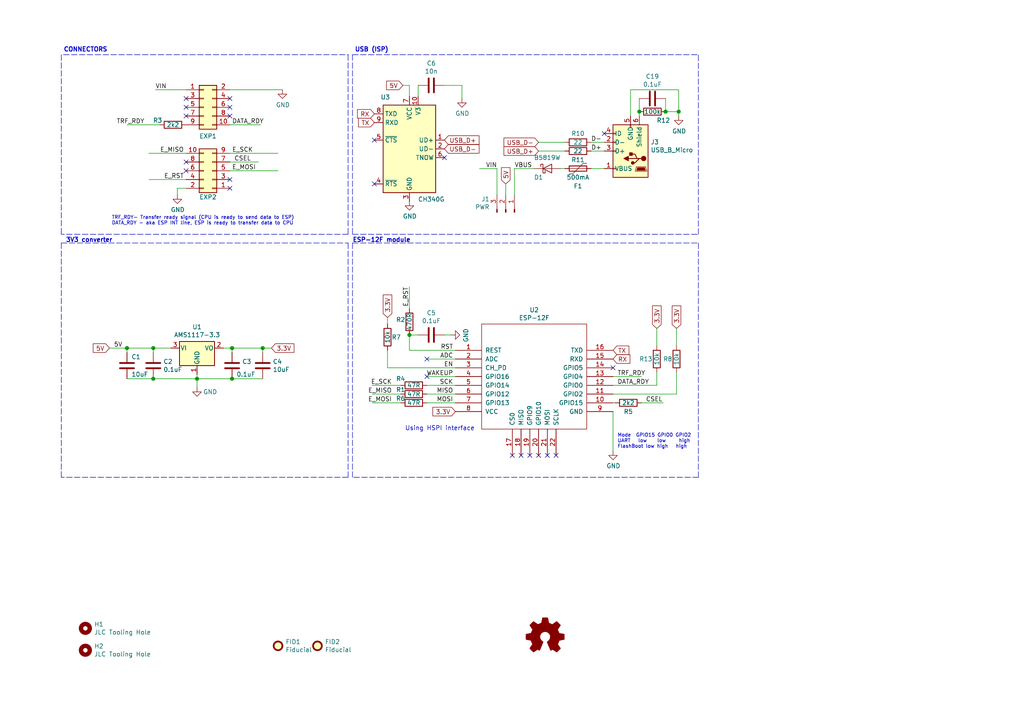
<source format=kicad_sch>
(kicad_sch (version 20201015) (generator eeschema)

  (paper "A4")

  (lib_symbols
    (symbol "Connector:Conn_01x03_Male" (pin_names (offset 1.016) hide) (in_bom yes) (on_board yes)
      (property "Reference" "J" (id 0) (at 0 5.08 0)
        (effects (font (size 1.27 1.27)))
      )
      (property "Value" "Conn_01x03_Male" (id 1) (at 0 -5.08 0)
        (effects (font (size 1.27 1.27)))
      )
      (property "Footprint" "" (id 2) (at 0 0 0)
        (effects (font (size 1.27 1.27)) hide)
      )
      (property "Datasheet" "~" (id 3) (at 0 0 0)
        (effects (font (size 1.27 1.27)) hide)
      )
      (property "ki_keywords" "connector" (id 4) (at 0 0 0)
        (effects (font (size 1.27 1.27)) hide)
      )
      (property "ki_description" "Generic connector, single row, 01x03, script generated (kicad-library-utils/schlib/autogen/connector/)" (id 5) (at 0 0 0)
        (effects (font (size 1.27 1.27)) hide)
      )
      (property "ki_fp_filters" "Connector*:*_1x??_*" (id 6) (at 0 0 0)
        (effects (font (size 1.27 1.27)) hide)
      )
      (symbol "Conn_01x03_Male_1_1"
        (rectangle (start 0.8636 -2.413) (end 0 -2.667)
          (stroke (width 0.1524)) (fill (type outline))
        )
        (rectangle (start 0.8636 0.127) (end 0 -0.127)
          (stroke (width 0.1524)) (fill (type outline))
        )
        (rectangle (start 0.8636 2.667) (end 0 2.413)
          (stroke (width 0.1524)) (fill (type outline))
        )
        (polyline
          (pts
            (xy 1.27 -2.54)
            (xy 0.8636 -2.54)
          )
          (stroke (width 0.1524)) (fill (type none))
        )
        (polyline
          (pts
            (xy 1.27 0)
            (xy 0.8636 0)
          )
          (stroke (width 0.1524)) (fill (type none))
        )
        (polyline
          (pts
            (xy 1.27 2.54)
            (xy 0.8636 2.54)
          )
          (stroke (width 0.1524)) (fill (type none))
        )
        (pin passive line (at 5.08 2.54 180) (length 3.81)
          (name "Pin_1" (effects (font (size 1.27 1.27))))
          (number "1" (effects (font (size 1.27 1.27))))
        )
        (pin passive line (at 5.08 0 180) (length 3.81)
          (name "Pin_2" (effects (font (size 1.27 1.27))))
          (number "2" (effects (font (size 1.27 1.27))))
        )
        (pin passive line (at 5.08 -2.54 180) (length 3.81)
          (name "Pin_3" (effects (font (size 1.27 1.27))))
          (number "3" (effects (font (size 1.27 1.27))))
        )
      )
    )
    (symbol "Connector:USB_B_Micro" (in_bom yes) (on_board yes)
      (property "Reference" "J" (id 0) (at -5.08 11.43 0)
        (effects (font (size 1.27 1.27)) (justify left))
      )
      (property "Value" "USB_B_Micro" (id 1) (at -5.08 8.89 0)
        (effects (font (size 1.27 1.27)) (justify left))
      )
      (property "Footprint" "" (id 2) (at 3.81 -1.27 0)
        (effects (font (size 1.27 1.27)) hide)
      )
      (property "Datasheet" "~" (id 3) (at 3.81 -1.27 0)
        (effects (font (size 1.27 1.27)) hide)
      )
      (property "ki_keywords" "connector USB micro" (id 4) (at 0 0 0)
        (effects (font (size 1.27 1.27)) hide)
      )
      (property "ki_description" "USB Micro Type B connector" (id 5) (at 0 0 0)
        (effects (font (size 1.27 1.27)) hide)
      )
      (property "ki_fp_filters" "USB*" (id 6) (at 0 0 0)
        (effects (font (size 1.27 1.27)) hide)
      )
      (symbol "USB_B_Micro_0_1"
        (circle (center -3.81 2.159) (radius 0.635) (stroke (width 0.254)) (fill (type outline)))
        (circle (center -0.635 3.429) (radius 0.381) (stroke (width 0.254)) (fill (type outline)))
        (rectangle (start -5.08 -7.62) (end 5.08 7.62)
          (stroke (width 0.254)) (fill (type background))
        )
        (rectangle (start -0.127 -7.62) (end 0.127 -6.858)
          (stroke (width 0)) (fill (type none))
        )
        (rectangle (start 0.254 1.27) (end -0.508 0.508)
          (stroke (width 0.254)) (fill (type outline))
        )
        (rectangle (start 5.08 -5.207) (end 4.318 -4.953)
          (stroke (width 0)) (fill (type none))
        )
        (rectangle (start 5.08 -2.667) (end 4.318 -2.413)
          (stroke (width 0)) (fill (type none))
        )
        (rectangle (start 5.08 -0.127) (end 4.318 0.127)
          (stroke (width 0)) (fill (type none))
        )
        (rectangle (start 5.08 4.953) (end 4.318 5.207)
          (stroke (width 0)) (fill (type none))
        )
        (polyline
          (pts
            (xy -1.905 2.159)
            (xy 0.635 2.159)
          )
          (stroke (width 0.254)) (fill (type none))
        )
        (polyline
          (pts
            (xy -3.175 2.159)
            (xy -2.54 2.159)
            (xy -1.27 3.429)
            (xy -0.635 3.429)
          )
          (stroke (width 0.254)) (fill (type none))
        )
        (polyline
          (pts
            (xy -2.54 2.159)
            (xy -1.905 2.159)
            (xy -1.27 0.889)
            (xy 0 0.889)
          )
          (stroke (width 0.254)) (fill (type none))
        )
        (polyline
          (pts
            (xy 0.635 2.794)
            (xy 0.635 1.524)
            (xy 1.905 2.159)
            (xy 0.635 2.794)
          )
          (stroke (width 0.254)) (fill (type outline))
        )
        (polyline
          (pts
            (xy -4.318 5.588)
            (xy -1.778 5.588)
            (xy -2.032 4.826)
            (xy -4.064 4.826)
            (xy -4.318 5.588)
          )
          (stroke (width 0)) (fill (type outline))
        )
        (polyline
          (pts
            (xy -4.699 5.842)
            (xy -4.699 5.588)
            (xy -4.445 4.826)
            (xy -4.445 4.572)
            (xy -1.651 4.572)
            (xy -1.651 4.826)
            (xy -1.397 5.588)
            (xy -1.397 5.842)
            (xy -4.699 5.842)
          )
          (stroke (width 0)) (fill (type none))
        )
      )
      (symbol "USB_B_Micro_1_1"
        (pin power_out line (at 7.62 5.08 180) (length 2.54)
          (name "VBUS" (effects (font (size 1.27 1.27))))
          (number "1" (effects (font (size 1.27 1.27))))
        )
        (pin passive line (at 7.62 -2.54 180) (length 2.54)
          (name "D-" (effects (font (size 1.27 1.27))))
          (number "2" (effects (font (size 1.27 1.27))))
        )
        (pin passive line (at 7.62 0 180) (length 2.54)
          (name "D+" (effects (font (size 1.27 1.27))))
          (number "3" (effects (font (size 1.27 1.27))))
        )
        (pin passive line (at 7.62 -5.08 180) (length 2.54)
          (name "ID" (effects (font (size 1.27 1.27))))
          (number "4" (effects (font (size 1.27 1.27))))
        )
        (pin power_out line (at 0 -10.16 90) (length 2.54)
          (name "GND" (effects (font (size 1.27 1.27))))
          (number "5" (effects (font (size 1.27 1.27))))
        )
        (pin passive line (at -2.54 -10.16 90) (length 2.54)
          (name "Shield" (effects (font (size 1.27 1.27))))
          (number "6" (effects (font (size 1.27 1.27))))
        )
      )
    )
    (symbol "Connector_Generic:Conn_02x05_Odd_Even" (pin_names hide) (in_bom yes) (on_board yes)
      (property "Reference" "J" (id 0) (at 1.27 7.62 0)
        (effects (font (size 1.27 1.27)))
      )
      (property "Value" "Conn_02x05_Odd_Even" (id 1) (at 1.27 -7.62 0)
        (effects (font (size 1.27 1.27)))
      )
      (property "Footprint" "" (id 2) (at 0 0 0)
        (effects (font (size 1.27 1.27)) hide)
      )
      (property "Datasheet" "~" (id 3) (at 0 0 0)
        (effects (font (size 1.27 1.27)) hide)
      )
      (property "ki_keywords" "connector" (id 4) (at 0 0 0)
        (effects (font (size 1.27 1.27)) hide)
      )
      (property "ki_description" "Generic connector, double row, 02x05, odd/even pin numbering scheme (row 1 odd numbers, row 2 even numbers), script generated (kicad-library-utils/schlib/autogen/connector/)" (id 5) (at 0 0 0)
        (effects (font (size 1.27 1.27)) hide)
      )
      (property "ki_fp_filters" "Connector*:*_2x??_*" (id 6) (at 0 0 0)
        (effects (font (size 1.27 1.27)) hide)
      )
      (symbol "Conn_02x05_Odd_Even_1_1"
        (rectangle (start -1.27 -4.953) (end 0 -5.207)
          (stroke (width 0)) (fill (type none))
        )
        (rectangle (start -1.27 -2.413) (end 0 -2.667)
          (stroke (width 0)) (fill (type none))
        )
        (rectangle (start -1.27 2.667) (end 0 2.413)
          (stroke (width 0)) (fill (type none))
        )
        (rectangle (start -1.27 5.207) (end 0 4.953)
          (stroke (width 0)) (fill (type none))
        )
        (rectangle (start -1.27 6.35) (end 3.81 -6.35)
          (stroke (width 0.254)) (fill (type background))
        )
        (rectangle (start -1.27 0.127) (end 0 -0.127)
          (stroke (width 0)) (fill (type none))
        )
        (rectangle (start 3.81 -4.953) (end 2.54 -5.207)
          (stroke (width 0)) (fill (type none))
        )
        (rectangle (start 3.81 -2.413) (end 2.54 -2.667)
          (stroke (width 0)) (fill (type none))
        )
        (rectangle (start 3.81 2.667) (end 2.54 2.413)
          (stroke (width 0)) (fill (type none))
        )
        (rectangle (start 3.81 5.207) (end 2.54 4.953)
          (stroke (width 0)) (fill (type none))
        )
        (rectangle (start 3.81 0.127) (end 2.54 -0.127)
          (stroke (width 0)) (fill (type none))
        )
        (pin passive line (at -5.08 5.08 0) (length 3.81)
          (name "Pin_1" (effects (font (size 1.27 1.27))))
          (number "1" (effects (font (size 1.27 1.27))))
        )
        (pin passive line (at 7.62 -5.08 180) (length 3.81)
          (name "Pin_10" (effects (font (size 1.27 1.27))))
          (number "10" (effects (font (size 1.27 1.27))))
        )
        (pin passive line (at 7.62 5.08 180) (length 3.81)
          (name "Pin_2" (effects (font (size 1.27 1.27))))
          (number "2" (effects (font (size 1.27 1.27))))
        )
        (pin passive line (at -5.08 2.54 0) (length 3.81)
          (name "Pin_3" (effects (font (size 1.27 1.27))))
          (number "3" (effects (font (size 1.27 1.27))))
        )
        (pin passive line (at 7.62 2.54 180) (length 3.81)
          (name "Pin_4" (effects (font (size 1.27 1.27))))
          (number "4" (effects (font (size 1.27 1.27))))
        )
        (pin passive line (at -5.08 0 0) (length 3.81)
          (name "Pin_5" (effects (font (size 1.27 1.27))))
          (number "5" (effects (font (size 1.27 1.27))))
        )
        (pin passive line (at 7.62 0 180) (length 3.81)
          (name "Pin_6" (effects (font (size 1.27 1.27))))
          (number "6" (effects (font (size 1.27 1.27))))
        )
        (pin passive line (at -5.08 -2.54 0) (length 3.81)
          (name "Pin_7" (effects (font (size 1.27 1.27))))
          (number "7" (effects (font (size 1.27 1.27))))
        )
        (pin passive line (at 7.62 -2.54 180) (length 3.81)
          (name "Pin_8" (effects (font (size 1.27 1.27))))
          (number "8" (effects (font (size 1.27 1.27))))
        )
        (pin passive line (at -5.08 -5.08 0) (length 3.81)
          (name "Pin_9" (effects (font (size 1.27 1.27))))
          (number "9" (effects (font (size 1.27 1.27))))
        )
      )
    )
    (symbol "Device:C" (pin_numbers hide) (pin_names (offset 0.254)) (in_bom yes) (on_board yes)
      (property "Reference" "C" (id 0) (at 0.635 2.54 0)
        (effects (font (size 1.27 1.27)) (justify left))
      )
      (property "Value" "C" (id 1) (at 0.635 -2.54 0)
        (effects (font (size 1.27 1.27)) (justify left))
      )
      (property "Footprint" "" (id 2) (at 0.9652 -3.81 0)
        (effects (font (size 1.27 1.27)) hide)
      )
      (property "Datasheet" "~" (id 3) (at 0 0 0)
        (effects (font (size 1.27 1.27)) hide)
      )
      (property "ki_keywords" "cap capacitor" (id 4) (at 0 0 0)
        (effects (font (size 1.27 1.27)) hide)
      )
      (property "ki_description" "Unpolarized capacitor" (id 5) (at 0 0 0)
        (effects (font (size 1.27 1.27)) hide)
      )
      (property "ki_fp_filters" "C_*" (id 6) (at 0 0 0)
        (effects (font (size 1.27 1.27)) hide)
      )
      (symbol "C_0_1"
        (polyline
          (pts
            (xy -2.032 -0.762)
            (xy 2.032 -0.762)
          )
          (stroke (width 0.508)) (fill (type none))
        )
        (polyline
          (pts
            (xy -2.032 0.762)
            (xy 2.032 0.762)
          )
          (stroke (width 0.508)) (fill (type none))
        )
      )
      (symbol "C_1_1"
        (pin passive line (at 0 3.81 270) (length 2.794)
          (name "~" (effects (font (size 1.27 1.27))))
          (number "1" (effects (font (size 1.27 1.27))))
        )
        (pin passive line (at 0 -3.81 90) (length 2.794)
          (name "~" (effects (font (size 1.27 1.27))))
          (number "2" (effects (font (size 1.27 1.27))))
        )
      )
    )
    (symbol "Device:D_Schottky" (pin_numbers hide) (pin_names hide) (in_bom yes) (on_board yes)
      (property "Reference" "D" (id 0) (at 0 2.54 0)
        (effects (font (size 1.27 1.27)))
      )
      (property "Value" "D_Schottky" (id 1) (at 0 -2.54 0)
        (effects (font (size 1.27 1.27)))
      )
      (property "Footprint" "" (id 2) (at 0 0 0)
        (effects (font (size 1.27 1.27)) hide)
      )
      (property "Datasheet" "~" (id 3) (at 0 0 0)
        (effects (font (size 1.27 1.27)) hide)
      )
      (property "ki_keywords" "diode Schottky" (id 4) (at 0 0 0)
        (effects (font (size 1.27 1.27)) hide)
      )
      (property "ki_description" "Schottky diode" (id 5) (at 0 0 0)
        (effects (font (size 1.27 1.27)) hide)
      )
      (property "ki_fp_filters" "TO-???* *_Diode_* *SingleDiode* D_*" (id 6) (at 0 0 0)
        (effects (font (size 1.27 1.27)) hide)
      )
      (symbol "D_Schottky_0_1"
        (polyline
          (pts
            (xy 1.27 0)
            (xy -1.27 0)
          )
          (stroke (width 0)) (fill (type none))
        )
        (polyline
          (pts
            (xy 1.27 1.27)
            (xy 1.27 -1.27)
            (xy -1.27 0)
            (xy 1.27 1.27)
          )
          (stroke (width 0.2032)) (fill (type none))
        )
        (polyline
          (pts
            (xy -1.905 0.635)
            (xy -1.905 1.27)
            (xy -1.27 1.27)
            (xy -1.27 -1.27)
            (xy -0.635 -1.27)
            (xy -0.635 -0.635)
          )
          (stroke (width 0.2032)) (fill (type none))
        )
      )
      (symbol "D_Schottky_1_1"
        (pin passive line (at -3.81 0 0) (length 2.54)
          (name "K" (effects (font (size 1.27 1.27))))
          (number "1" (effects (font (size 1.27 1.27))))
        )
        (pin passive line (at 3.81 0 180) (length 2.54)
          (name "A" (effects (font (size 1.27 1.27))))
          (number "2" (effects (font (size 1.27 1.27))))
        )
      )
    )
    (symbol "Device:Polyfuse" (pin_numbers hide) (pin_names (offset 0)) (in_bom yes) (on_board yes)
      (property "Reference" "F" (id 0) (at -2.54 0 90)
        (effects (font (size 1.27 1.27)))
      )
      (property "Value" "Polyfuse" (id 1) (at 2.54 0 90)
        (effects (font (size 1.27 1.27)))
      )
      (property "Footprint" "" (id 2) (at 1.27 -5.08 0)
        (effects (font (size 1.27 1.27)) (justify left) hide)
      )
      (property "Datasheet" "~" (id 3) (at 0 0 0)
        (effects (font (size 1.27 1.27)) hide)
      )
      (property "ki_keywords" "resettable fuse PTC PPTC polyfuse polyswitch" (id 4) (at 0 0 0)
        (effects (font (size 1.27 1.27)) hide)
      )
      (property "ki_description" "Resettable fuse, polymeric positive temperature coefficient" (id 5) (at 0 0 0)
        (effects (font (size 1.27 1.27)) hide)
      )
      (property "ki_fp_filters" "*polyfuse* *PTC*" (id 6) (at 0 0 0)
        (effects (font (size 1.27 1.27)) hide)
      )
      (symbol "Polyfuse_0_1"
        (rectangle (start -0.762 2.54) (end 0.762 -2.54)
          (stroke (width 0.254)) (fill (type none))
        )
        (polyline
          (pts
            (xy 0 2.54)
            (xy 0 -2.54)
          )
          (stroke (width 0)) (fill (type none))
        )
        (polyline
          (pts
            (xy -1.524 2.54)
            (xy -1.524 1.524)
            (xy 1.524 -1.524)
            (xy 1.524 -2.54)
          )
          (stroke (width 0)) (fill (type none))
        )
      )
      (symbol "Polyfuse_1_1"
        (pin passive line (at 0 3.81 270) (length 1.27)
          (name "~" (effects (font (size 1.27 1.27))))
          (number "1" (effects (font (size 1.27 1.27))))
        )
        (pin passive line (at 0 -3.81 90) (length 1.27)
          (name "~" (effects (font (size 1.27 1.27))))
          (number "2" (effects (font (size 1.27 1.27))))
        )
      )
    )
    (symbol "Device:R" (pin_numbers hide) (pin_names (offset 0)) (in_bom yes) (on_board yes)
      (property "Reference" "R" (id 0) (at 2.032 0 90)
        (effects (font (size 1.27 1.27)))
      )
      (property "Value" "R" (id 1) (at 0 0 90)
        (effects (font (size 1.27 1.27)))
      )
      (property "Footprint" "" (id 2) (at -1.778 0 90)
        (effects (font (size 1.27 1.27)) hide)
      )
      (property "Datasheet" "~" (id 3) (at 0 0 0)
        (effects (font (size 1.27 1.27)) hide)
      )
      (property "ki_keywords" "R res resistor" (id 4) (at 0 0 0)
        (effects (font (size 1.27 1.27)) hide)
      )
      (property "ki_description" "Resistor" (id 5) (at 0 0 0)
        (effects (font (size 1.27 1.27)) hide)
      )
      (property "ki_fp_filters" "R_*" (id 6) (at 0 0 0)
        (effects (font (size 1.27 1.27)) hide)
      )
      (symbol "R_0_1"
        (rectangle (start -1.016 -2.54) (end 1.016 2.54)
          (stroke (width 0.254)) (fill (type none))
        )
      )
      (symbol "R_1_1"
        (pin passive line (at 0 3.81 270) (length 1.27)
          (name "~" (effects (font (size 1.27 1.27))))
          (number "1" (effects (font (size 1.27 1.27))))
        )
        (pin passive line (at 0 -3.81 90) (length 1.27)
          (name "~" (effects (font (size 1.27 1.27))))
          (number "2" (effects (font (size 1.27 1.27))))
        )
      )
    )
    (symbol "ESP8266:ESP-12F" (pin_names (offset 1.016)) (in_bom yes) (on_board yes)
      (property "Reference" "U" (id 0) (at 0 -2.54 0)
        (effects (font (size 1.27 1.27)))
      )
      (property "Value" "ESP-12F" (id 1) (at 0 2.54 0)
        (effects (font (size 1.27 1.27)))
      )
      (property "Footprint" "" (id 2) (at 0 0 0)
        (effects (font (size 1.27 1.27)) hide)
      )
      (property "Datasheet" "http://l0l.org.uk/2014/12/esp8266-modules-hardware-guide-gotta-catch-em-all/" (id 3) (at 0 0 0)
        (effects (font (size 1.27 1.27)) hide)
      )
      (property "ki_keywords" "MODULE ESP8266 ESP-8266" (id 4) (at 0 0 0)
        (effects (font (size 1.27 1.27)) hide)
      )
      (property "ki_description" "ESP8266 ESP-12E module, 22 pins, 2mm, PCB antenna" (id 5) (at 0 0 0)
        (effects (font (size 1.27 1.27)) hide)
      )
      (property "ki_fp_filters" "ESP-12E ESP-12E_SMD" (id 6) (at 0 0 0)
        (effects (font (size 1.27 1.27)) hide)
      )
      (symbol "ESP-12F_1_0"
        (rectangle (start -15.24 -15.24) (end 15.24 15.24)
          (stroke (width 0)) (fill (type none))
        )
      )
      (symbol "ESP-12F_1_1"
        (pin input line (at -22.86 7.62 0) (length 7.62)
          (name "REST" (effects (font (size 1.27 1.27))))
          (number "1" (effects (font (size 1.27 1.27))))
        )
        (pin passive line (at -22.86 5.08 0) (length 7.62)
          (name "ADC" (effects (font (size 1.27 1.27))))
          (number "2" (effects (font (size 1.27 1.27))))
        )
        (pin input line (at -22.86 2.54 0) (length 7.62)
          (name "CH_PD" (effects (font (size 1.27 1.27))))
          (number "3" (effects (font (size 1.27 1.27))))
        )
        (pin bidirectional line (at -22.86 0 0) (length 7.62)
          (name "GPIO16" (effects (font (size 1.27 1.27))))
          (number "4" (effects (font (size 1.27 1.27))))
        )
        (pin bidirectional line (at -22.86 -2.54 0) (length 7.62)
          (name "GPIO14" (effects (font (size 1.27 1.27))))
          (number "5" (effects (font (size 1.27 1.27))))
        )
        (pin bidirectional line (at -22.86 -5.08 0) (length 7.62)
          (name "GPIO12" (effects (font (size 1.27 1.27))))
          (number "6" (effects (font (size 1.27 1.27))))
        )
        (pin bidirectional line (at -22.86 -7.62 0) (length 7.62)
          (name "GPIO13" (effects (font (size 1.27 1.27))))
          (number "7" (effects (font (size 1.27 1.27))))
        )
        (pin power_in line (at -22.86 -10.16 0) (length 7.62)
          (name "VCC" (effects (font (size 1.27 1.27))))
          (number "8" (effects (font (size 1.27 1.27))))
        )
        (pin power_in line (at 22.86 -10.16 180) (length 7.62)
          (name "GND" (effects (font (size 1.27 1.27))))
          (number "9" (effects (font (size 1.27 1.27))))
        )
        (pin bidirectional line (at 22.86 -7.62 180) (length 7.62)
          (name "GPIO15" (effects (font (size 1.27 1.27))))
          (number "10" (effects (font (size 1.27 1.27))))
        )
        (pin bidirectional line (at 1.27 -22.86 90) (length 7.62)
          (name "GPIO10" (effects (font (size 1.27 1.27))))
          (number "20" (effects (font (size 1.27 1.27))))
        )
        (pin bidirectional line (at 22.86 -5.08 180) (length 7.62)
          (name "GPIO2" (effects (font (size 1.27 1.27))))
          (number "11" (effects (font (size 1.27 1.27))))
        )
        (pin bidirectional line (at 3.81 -22.86 90) (length 7.62)
          (name "MOSI" (effects (font (size 1.27 1.27))))
          (number "21" (effects (font (size 1.27 1.27))))
        )
        (pin bidirectional line (at 22.86 -2.54 180) (length 7.62)
          (name "GPIO0" (effects (font (size 1.27 1.27))))
          (number "12" (effects (font (size 1.27 1.27))))
        )
        (pin bidirectional line (at 6.35 -22.86 90) (length 7.62)
          (name "SCLK" (effects (font (size 1.27 1.27))))
          (number "22" (effects (font (size 1.27 1.27))))
        )
        (pin bidirectional line (at 22.86 0 180) (length 7.62)
          (name "GPIO4" (effects (font (size 1.27 1.27))))
          (number "13" (effects (font (size 1.27 1.27))))
        )
        (pin bidirectional line (at 22.86 2.54 180) (length 7.62)
          (name "GPIO5" (effects (font (size 1.27 1.27))))
          (number "14" (effects (font (size 1.27 1.27))))
        )
        (pin input line (at 22.86 5.08 180) (length 7.62)
          (name "RXD" (effects (font (size 1.27 1.27))))
          (number "15" (effects (font (size 1.27 1.27))))
        )
        (pin output line (at 22.86 7.62 180) (length 7.62)
          (name "TXD" (effects (font (size 1.27 1.27))))
          (number "16" (effects (font (size 1.27 1.27))))
        )
        (pin bidirectional line (at -6.35 -22.86 90) (length 7.62)
          (name "CS0" (effects (font (size 1.27 1.27))))
          (number "17" (effects (font (size 1.27 1.27))))
        )
        (pin bidirectional line (at -3.81 -22.86 90) (length 7.62)
          (name "MISO" (effects (font (size 1.27 1.27))))
          (number "18" (effects (font (size 1.27 1.27))))
        )
        (pin bidirectional line (at -1.27 -22.86 90) (length 7.62)
          (name "GPIO9" (effects (font (size 1.27 1.27))))
          (number "19" (effects (font (size 1.27 1.27))))
        )
      )
    )
    (symbol "Graphic:Logo_Open_Hardware_Small" (in_bom yes) (on_board yes)
      (property "Reference" "#LOGO" (id 0) (at 0 6.985 0)
        (effects (font (size 1.27 1.27)) hide)
      )
      (property "Value" "Logo_Open_Hardware_Small" (id 1) (at 0 -5.715 0)
        (effects (font (size 1.27 1.27)) hide)
      )
      (property "Footprint" "" (id 2) (at 0 0 0)
        (effects (font (size 1.27 1.27)) hide)
      )
      (property "Datasheet" "~" (id 3) (at 0 0 0)
        (effects (font (size 1.27 1.27)) hide)
      )
      (property "ki_keywords" "Logo" (id 4) (at 0 0 0)
        (effects (font (size 1.27 1.27)) hide)
      )
      (property "ki_description" "Open Hardware logo, small" (id 5) (at 0 0 0)
        (effects (font (size 1.27 1.27)) hide)
      )
      (symbol "Logo_Open_Hardware_Small_0_1"
        (polyline
          (pts
            (xy 3.3528 -4.3434)
            (xy 3.302 -4.318)
            (xy 3.175 -4.2418)
            (xy 2.9972 -4.1148)
            (xy 2.7686 -3.9624)
            (xy 2.54 -3.81)
            (xy 2.3622 -3.7084)
            (xy 2.2352 -3.6068)
            (xy 2.1844 -3.5814)
            (xy 2.159 -3.6068)
            (xy 2.0574 -3.6576)
            (xy 1.905 -3.7338)
            (xy 1.8034 -3.7846)
            (xy 1.6764 -3.8354)
            (xy 1.6002 -3.8354)
            (xy 1.6002 -3.8354)
            (xy 1.5494 -3.7338)
            (xy 1.4732 -3.5306)
            (xy 1.3462 -3.302)
            (xy 1.2446 -3.0226)
            (xy 1.1176 -2.7178)
            (xy 0.9652 -2.413)
            (xy 0.8636 -2.1082)
            (xy 0.7366 -1.8288)
            (xy 0.6604 -1.6256)
            (xy 0.6096 -1.4732)
            (xy 0.5842 -1.397)
            (xy 0.5842 -1.397)
            (xy 0.6604 -1.3208)
            (xy 0.7874 -1.2446)
            (xy 1.0414 -1.016)
            (xy 1.2954 -0.6858)
            (xy 1.4478 -0.3302)
            (xy 1.524 0.0762)
            (xy 1.4732 0.4572)
            (xy 1.3208 0.8128)
            (xy 1.0668 1.143)
            (xy 0.762 1.3716)
            (xy 0.4064 1.524)
            (xy 0 1.5748)
            (xy -0.381 1.5494)
            (xy -0.7366 1.397)
            (xy -1.0668 1.143)
            (xy -1.2192 0.9906)
            (xy -1.397 0.6604)
            (xy -1.524 0.3048)
            (xy -1.524 0.2286)
            (xy -1.4986 -0.1778)
            (xy -1.397 -0.5334)
            (xy -1.1938 -0.8636)
            (xy -0.9144 -1.143)
            (xy -0.8636 -1.1684)
            (xy -0.7366 -1.27)
            (xy -0.635 -1.3462)
            (xy -0.5842 -1.397)
            (xy -1.0668 -2.5908)
            (xy -1.143 -2.794)
            (xy -1.2954 -3.1242)
            (xy -1.397 -3.4036)
            (xy -1.4986 -3.6322)
            (xy -1.5748 -3.7846)
            (xy -1.6002 -3.8354)
            (xy -1.6002 -3.8354)
            (xy -1.651 -3.8354)
            (xy -1.7272 -3.81)
            (xy -1.905 -3.7338)
            (xy -2.0066 -3.683)
            (xy -2.1336 -3.6068)
            (xy -2.2098 -3.5814)
            (xy -2.2606 -3.6068)
            (xy -2.3622 -3.683)
            (xy -2.54 -3.81)
            (xy -2.7686 -3.9624)
            (xy -2.9718 -4.0894)
            (xy -3.1496 -4.2164)
            (xy -3.302 -4.318)
            (xy -3.3528 -4.3434)
            (xy -3.3782 -4.3434)
            (xy -3.429 -4.318)
            (xy -3.5306 -4.2164)
            (xy -3.7084 -4.064)
            (xy -3.937 -3.8354)
            (xy -3.9624 -3.81)
            (xy -4.1656 -3.6068)
            (xy -4.318 -3.4544)
            (xy -4.4196 -3.3274)
            (xy -4.445 -3.2766)
            (xy -4.445 -3.2766)
            (xy -4.4196 -3.2258)
            (xy -4.318 -3.0734)
            (xy -4.2164 -2.8956)
            (xy -4.064 -2.667)
            (xy -3.6576 -2.0828)
            (xy -3.8862 -1.5494)
            (xy -3.937 -1.3716)
            (xy -4.0386 -1.1684)
            (xy -4.0894 -1.0414)
            (xy -4.1148 -0.9652)
            (xy -4.191 -0.9398)
            (xy -4.318 -0.9144)
            (xy -4.5466 -0.8636)
            (xy -4.8006 -0.8128)
            (xy -5.0546 -0.7874)
            (xy -5.2578 -0.7366)
            (xy -5.4356 -0.7112)
            (xy -5.5118 -0.6858)
            (xy -5.5118 -0.6858)
            (xy -5.5372 -0.635)
            (xy -5.5372 -0.5588)
            (xy -5.5372 -0.4318)
            (xy -5.5626 -0.2286)
            (xy -5.5626 0.0762)
            (xy -5.5626 0.127)
            (xy -5.5372 0.4064)
            (xy -5.5372 0.635)
            (xy -5.5372 0.762)
            (xy -5.5372 0.8382)
            (xy -5.5372 0.8382)
            (xy -5.461 0.8382)
            (xy -5.3086 0.889)
            (xy -5.08 0.9144)
            (xy -4.826 0.9652)
            (xy -4.8006 0.9906)
            (xy -4.5466 1.0414)
            (xy -4.318 1.0668)
            (xy -4.1656 1.1176)
            (xy -4.0894 1.143)
            (xy -4.0894 1.143)
            (xy -4.0386 1.2446)
            (xy -3.9624 1.4224)
            (xy -3.8608 1.6256)
            (xy -3.7846 1.8288)
            (xy -3.7084 2.0066)
            (xy -3.6576 2.159)
            (xy -3.6322 2.2098)
            (xy -3.6322 2.2098)
            (xy -3.683 2.286)
            (xy -3.7592 2.413)
            (xy -3.8862 2.5908)
            (xy -4.064 2.8194)
            (xy -4.064 2.8448)
            (xy -4.2164 3.0734)
            (xy -4.3434 3.2512)
            (xy -4.4196 3.3782)
            (xy -4.445 3.4544)
            (xy -4.445 3.4544)
            (xy -4.3942 3.5052)
            (xy -4.2926 3.6322)
            (xy -4.1148 3.81)
            (xy -3.937 4.0132)
            (xy -3.8608 4.064)
            (xy -3.6576 4.2926)
            (xy -3.5052 4.4196)
            (xy -3.4036 4.4958)
            (xy -3.3528 4.5212)
            (xy -3.3528 4.5212)
            (xy -3.302 4.4704)
            (xy -3.1496 4.3688)
            (xy -2.9718 4.2418)
            (xy -2.7432 4.0894)
            (xy -2.7178 4.0894)
            (xy -2.4892 3.937)
            (xy -2.3114 3.81)
            (xy -2.1844 3.7084)
            (xy -2.1336 3.683)
            (xy -2.1082 3.683)
            (xy -2.032 3.7084)
            (xy -1.8542 3.7592)
            (xy -1.6764 3.8354)
            (xy -1.4732 3.937)
            (xy -1.27 4.0132)
            (xy -1.143 4.064)
            (xy -1.0668 4.1148)
            (xy -1.0668 4.1148)
            (xy -1.0414 4.191)
            (xy -1.016 4.3434)
            (xy -0.9652 4.572)
            (xy -0.9144 4.8514)
            (xy -0.889 4.9022)
            (xy -0.8382 5.1562)
            (xy -0.8128 5.3848)
            (xy -0.7874 5.5372)
            (xy -0.762 5.588)
            (xy -0.7112 5.6134)
            (xy -0.5842 5.6134)
            (xy -0.4064 5.6134)
            (xy -0.1524 5.6134)
            (xy 0.0762 5.6134)
            (xy 0.3302 5.6134)
            (xy 0.5334 5.6134)
            (xy 0.6858 5.588)
            (xy 0.7366 5.588)
            (xy 0.7366 5.588)
            (xy 0.762 5.5118)
            (xy 0.8128 5.334)
            (xy 0.8382 5.1054)
            (xy 0.9144 4.826)
            (xy 0.9144 4.7752)
            (xy 0.9652 4.5212)
            (xy 1.016 4.2926)
            (xy 1.0414 4.1402)
            (xy 1.0668 4.0894)
            (xy 1.0668 4.0894)
            (xy 1.1938 4.0386)
            (xy 1.3716 3.9624)
            (xy 1.5748 3.8608)
            (xy 2.0828 3.6576)
            (xy 2.7178 4.0894)
            (xy 2.7686 4.1402)
            (xy 2.9972 4.2926)
            (xy 3.175 4.4196)
            (xy 3.302 4.4958)
            (xy 3.3782 4.5212)
            (xy 3.3782 4.5212)
            (xy 3.429 4.4704)
            (xy 3.556 4.3434)
            (xy 3.7338 4.191)
            (xy 3.9116 3.9878)
            (xy 4.064 3.8354)
            (xy 4.2418 3.6576)
            (xy 4.3434 3.556)
            (xy 4.4196 3.4798)
            (xy 4.4196 3.429)
            (xy 4.4196 3.4036)
            (xy 4.3942 3.3274)
            (xy 4.2926 3.2004)
            (xy 4.1656 2.9972)
            (xy 4.0132 2.794)
            (xy 3.8862 2.5908)
            (xy 3.7592 2.3876)
            (xy 3.6576 2.2352)
            (xy 3.6322 2.159)
            (xy 3.6322 2.1336)
            (xy 3.683 2.0066)
            (xy 3.7592 1.8288)
            (xy 3.8608 1.6002)
            (xy 4.064 1.1176)
            (xy 4.3942 1.0414)
            (xy 4.5974 1.016)
            (xy 4.8768 0.9652)
            (xy 5.1308 0.9144)
            (xy 5.5372 0.8382)
            (xy 5.5626 -0.6604)
            (xy 5.4864 -0.6858)
            (xy 5.4356 -0.6858)
            (xy 5.2832 -0.7366)
            (xy 5.0546 -0.762)
            (xy 4.8006 -0.8128)
            (xy 4.5974 -0.8636)
            (xy 4.3688 -0.9144)
            (xy 4.2164 -0.9398)
            (xy 4.1402 -0.9398)
            (xy 4.1148 -0.9652)
            (xy 4.064 -1.0668)
            (xy 3.9878 -1.2446)
            (xy 3.9116 -1.4478)
            (xy 3.81 -1.651)
            (xy 3.7338 -1.8542)
            (xy 3.683 -2.0066)
            (xy 3.6576 -2.0828)
            (xy 3.683 -2.1336)
            (xy 3.7846 -2.2606)
            (xy 3.8862 -2.4638)
            (xy 4.0386 -2.667)
            (xy 4.191 -2.8956)
            (xy 4.318 -3.0734)
            (xy 4.3942 -3.2004)
            (xy 4.445 -3.2766)
            (xy 4.4196 -3.3274)
            (xy 4.3434 -3.429)
            (xy 4.1656 -3.5814)
            (xy 3.937 -3.8354)
            (xy 3.8862 -3.8608)
            (xy 3.683 -4.064)
            (xy 3.5306 -4.2164)
            (xy 3.4036 -4.318)
            (xy 3.3528 -4.3434)
          )
          (stroke (width 0)) (fill (type outline))
        )
      )
    )
    (symbol "Interface_USB:CH340E" (in_bom yes) (on_board yes)
      (property "Reference" "U" (id 0) (at -5.08 13.97 0)
        (effects (font (size 1.27 1.27)) (justify right))
      )
      (property "Value" "CH340E" (id 1) (at 1.27 13.97 0)
        (effects (font (size 1.27 1.27)) (justify left))
      )
      (property "Footprint" "Package_SO:MSOP-10_3x3mm_P0.5mm" (id 2) (at 1.27 -13.97 0)
        (effects (font (size 1.27 1.27)) (justify left) hide)
      )
      (property "Datasheet" "https://www.mpja.com/download/35227cpdata.pdf" (id 3) (at -8.89 20.32 0)
        (effects (font (size 1.27 1.27)) hide)
      )
      (property "ki_keywords" "USB UART Serial Converter Interface" (id 4) (at 0 0 0)
        (effects (font (size 1.27 1.27)) hide)
      )
      (property "ki_description" "USB serial converter, UART, MSOP-10" (id 5) (at 0 0 0)
        (effects (font (size 1.27 1.27)) hide)
      )
      (property "ki_fp_filters" "MSOP*3x3mm*P0.5mm*" (id 6) (at 0 0 0)
        (effects (font (size 1.27 1.27)) hide)
      )
      (symbol "CH340E_0_1"
        (rectangle (start -7.62 12.7) (end 7.62 -12.7)
          (stroke (width 0.254)) (fill (type background))
        )
      )
      (symbol "CH340E_1_1"
        (pin bidirectional line (at -10.16 2.54 0) (length 2.54)
          (name "UD+" (effects (font (size 1.27 1.27))))
          (number "1" (effects (font (size 1.27 1.27))))
        )
        (pin passive line (at -2.54 15.24 270) (length 2.54)
          (name "V3" (effects (font (size 1.27 1.27))))
          (number "10" (effects (font (size 1.27 1.27))))
        )
        (pin bidirectional line (at -10.16 0 0) (length 2.54)
          (name "UD-" (effects (font (size 1.27 1.27))))
          (number "2" (effects (font (size 1.27 1.27))))
        )
        (pin power_in line (at 0 -15.24 90) (length 2.54)
          (name "GND" (effects (font (size 1.27 1.27))))
          (number "3" (effects (font (size 1.27 1.27))))
        )
        (pin output line (at 10.16 -10.16 180) (length 2.54)
          (name "~RTS" (effects (font (size 1.27 1.27))))
          (number "4" (effects (font (size 1.27 1.27))))
        )
        (pin input line (at 10.16 2.54 180) (length 2.54)
          (name "~CTS" (effects (font (size 1.27 1.27))))
          (number "5" (effects (font (size 1.27 1.27))))
        )
        (pin output line (at -10.16 -2.54 0) (length 2.54)
          (name "TNOW" (effects (font (size 1.27 1.27))))
          (number "6" (effects (font (size 1.27 1.27))))
        )
        (pin power_in line (at 0 15.24 270) (length 2.54)
          (name "VCC" (effects (font (size 1.27 1.27))))
          (number "7" (effects (font (size 1.27 1.27))))
        )
        (pin output line (at 10.16 10.16 180) (length 2.54)
          (name "TXD" (effects (font (size 1.27 1.27))))
          (number "8" (effects (font (size 1.27 1.27))))
        )
        (pin input line (at 10.16 7.62 180) (length 2.54)
          (name "RXD" (effects (font (size 1.27 1.27))))
          (number "9" (effects (font (size 1.27 1.27))))
        )
      )
    )
    (symbol "Mechanical:Fiducial" (in_bom yes) (on_board yes)
      (property "Reference" "FID" (id 0) (at 0 5.08 0)
        (effects (font (size 1.27 1.27)))
      )
      (property "Value" "Fiducial" (id 1) (at 0 3.175 0)
        (effects (font (size 1.27 1.27)))
      )
      (property "Footprint" "" (id 2) (at 0 0 0)
        (effects (font (size 1.27 1.27)) hide)
      )
      (property "Datasheet" "~" (id 3) (at 0 0 0)
        (effects (font (size 1.27 1.27)) hide)
      )
      (property "ki_keywords" "fiducial marker" (id 4) (at 0 0 0)
        (effects (font (size 1.27 1.27)) hide)
      )
      (property "ki_description" "Fiducial Marker" (id 5) (at 0 0 0)
        (effects (font (size 1.27 1.27)) hide)
      )
      (property "ki_fp_filters" "Fiducial*" (id 6) (at 0 0 0)
        (effects (font (size 1.27 1.27)) hide)
      )
      (symbol "Fiducial_0_1"
        (circle (center 0 0) (radius 1.27) (stroke (width 0.508)) (fill (type background)))
      )
    )
    (symbol "Mechanical:MountingHole" (in_bom yes) (on_board yes)
      (property "Reference" "H" (id 0) (at 0 5.08 0)
        (effects (font (size 1.27 1.27)))
      )
      (property "Value" "MountingHole" (id 1) (at 0 3.175 0)
        (effects (font (size 1.27 1.27)))
      )
      (property "Footprint" "" (id 2) (at 0 0 0)
        (effects (font (size 1.27 1.27)) hide)
      )
      (property "Datasheet" "~" (id 3) (at 0 0 0)
        (effects (font (size 1.27 1.27)) hide)
      )
      (property "ki_keywords" "mounting hole" (id 4) (at 0 0 0)
        (effects (font (size 1.27 1.27)) hide)
      )
      (property "ki_description" "Mounting Hole without connection" (id 5) (at 0 0 0)
        (effects (font (size 1.27 1.27)) hide)
      )
      (property "ki_fp_filters" "MountingHole*" (id 6) (at 0 0 0)
        (effects (font (size 1.27 1.27)) hide)
      )
      (symbol "MountingHole_0_1"
        (circle (center 0 0) (radius 1.27) (stroke (width 1.27)) (fill (type none)))
      )
    )
    (symbol "Regulator_Linear:AMS1117-3.3" (pin_names (offset 0.254)) (in_bom yes) (on_board yes)
      (property "Reference" "U" (id 0) (at -3.81 3.175 0)
        (effects (font (size 1.27 1.27)))
      )
      (property "Value" "AMS1117-3.3" (id 1) (at 0 3.175 0)
        (effects (font (size 1.27 1.27)) (justify left))
      )
      (property "Footprint" "Package_TO_SOT_SMD:SOT-223-3_TabPin2" (id 2) (at 0 5.08 0)
        (effects (font (size 1.27 1.27)) hide)
      )
      (property "Datasheet" "http://www.advanced-monolithic.com/pdf/ds1117.pdf" (id 3) (at 2.54 -6.35 0)
        (effects (font (size 1.27 1.27)) hide)
      )
      (property "ki_keywords" "linear regulator ldo fixed positive" (id 4) (at 0 0 0)
        (effects (font (size 1.27 1.27)) hide)
      )
      (property "ki_description" "1A Low Dropout regulator, positive, 3.3V fixed output, SOT-223" (id 5) (at 0 0 0)
        (effects (font (size 1.27 1.27)) hide)
      )
      (property "ki_fp_filters" "SOT?223*TabPin2*" (id 6) (at 0 0 0)
        (effects (font (size 1.27 1.27)) hide)
      )
      (symbol "AMS1117-3.3_0_1"
        (rectangle (start -5.08 -5.08) (end 5.08 1.905)
          (stroke (width 0.254)) (fill (type background))
        )
      )
      (symbol "AMS1117-3.3_1_1"
        (pin power_in line (at 0 -7.62 90) (length 2.54)
          (name "GND" (effects (font (size 1.27 1.27))))
          (number "1" (effects (font (size 1.27 1.27))))
        )
        (pin power_out line (at 7.62 0 180) (length 2.54)
          (name "VO" (effects (font (size 1.27 1.27))))
          (number "2" (effects (font (size 1.27 1.27))))
        )
        (pin power_in line (at -7.62 0 0) (length 2.54)
          (name "VI" (effects (font (size 1.27 1.27))))
          (number "3" (effects (font (size 1.27 1.27))))
        )
      )
    )
    (symbol "power:GND" (power) (pin_names (offset 0)) (in_bom yes) (on_board yes)
      (property "Reference" "#PWR" (id 0) (at 0 -6.35 0)
        (effects (font (size 1.27 1.27)) hide)
      )
      (property "Value" "GND" (id 1) (at 0 -3.81 0)
        (effects (font (size 1.27 1.27)))
      )
      (property "Footprint" "" (id 2) (at 0 0 0)
        (effects (font (size 1.27 1.27)) hide)
      )
      (property "Datasheet" "" (id 3) (at 0 0 0)
        (effects (font (size 1.27 1.27)) hide)
      )
      (property "ki_keywords" "power-flag" (id 4) (at 0 0 0)
        (effects (font (size 1.27 1.27)) hide)
      )
      (property "ki_description" "Power symbol creates a global label with name \"GND\" , ground" (id 5) (at 0 0 0)
        (effects (font (size 1.27 1.27)) hide)
      )
      (symbol "GND_0_1"
        (polyline
          (pts
            (xy 0 0)
            (xy 0 -1.27)
            (xy 1.27 -1.27)
            (xy 0 -2.54)
            (xy -1.27 -1.27)
            (xy 0 -1.27)
          )
          (stroke (width 0)) (fill (type none))
        )
      )
      (symbol "GND_1_1"
        (pin power_in line (at 0 0 270) (length 0) hide
          (name "GND" (effects (font (size 1.27 1.27))))
          (number "1" (effects (font (size 1.27 1.27))))
        )
      )
    )
  )

  (junction (at 36.83 100.965) (diameter 1.016) (color 0 0 0 0))
  (junction (at 44.45 100.965) (diameter 1.016) (color 0 0 0 0))
  (junction (at 44.45 109.855) (diameter 1.016) (color 0 0 0 0))
  (junction (at 57.15 109.855) (diameter 1.016) (color 0 0 0 0))
  (junction (at 67.31 100.965) (diameter 1.016) (color 0 0 0 0))
  (junction (at 67.31 109.855) (diameter 1.016) (color 0 0 0 0))
  (junction (at 76.2 100.965) (diameter 1.016) (color 0 0 0 0))
  (junction (at 118.745 97.155) (diameter 1.016) (color 0 0 0 0))
  (junction (at 185.42 32.385) (diameter 1.016) (color 0 0 0 0))
  (junction (at 193.04 32.385) (diameter 1.016) (color 0 0 0 0))
  (junction (at 196.85 32.385) (diameter 1.016) (color 0 0 0 0))

  (no_connect (at 53.975 28.575))
  (no_connect (at 53.975 31.115))
  (no_connect (at 53.975 33.655))
  (no_connect (at 53.975 46.99))
  (no_connect (at 53.975 49.53))
  (no_connect (at 66.675 28.575))
  (no_connect (at 66.675 31.115))
  (no_connect (at 66.675 33.655))
  (no_connect (at 66.675 52.07))
  (no_connect (at 66.675 54.61))
  (no_connect (at 108.585 40.64))
  (no_connect (at 108.585 53.34))
  (no_connect (at 123.825 104.14))
  (no_connect (at 123.825 109.22))
  (no_connect (at 128.905 45.72))
  (no_connect (at 148.59 132.08))
  (no_connect (at 151.13 132.08))
  (no_connect (at 153.67 132.08))
  (no_connect (at 156.21 132.08))
  (no_connect (at 158.75 132.08))
  (no_connect (at 161.29 132.08))
  (no_connect (at 175.26 38.735))
  (no_connect (at 177.8 106.68))

  (wire (pts (xy 31.75 100.965) (xy 36.83 100.965))
    (stroke (width 0) (type solid) (color 0 0 0 0))
  )
  (wire (pts (xy 36.83 36.195) (xy 46.355 36.195))
    (stroke (width 0) (type solid) (color 0 0 0 0))
  )
  (wire (pts (xy 36.83 102.235) (xy 36.83 100.965))
    (stroke (width 0) (type solid) (color 0 0 0 0))
  )
  (wire (pts (xy 36.83 109.855) (xy 44.45 109.855))
    (stroke (width 0) (type solid) (color 0 0 0 0))
  )
  (wire (pts (xy 44.45 100.965) (xy 36.83 100.965))
    (stroke (width 0) (type solid) (color 0 0 0 0))
  )
  (wire (pts (xy 44.45 102.235) (xy 44.45 100.965))
    (stroke (width 0) (type solid) (color 0 0 0 0))
  )
  (wire (pts (xy 44.45 109.855) (xy 57.15 109.855))
    (stroke (width 0) (type solid) (color 0 0 0 0))
  )
  (wire (pts (xy 49.53 100.965) (xy 44.45 100.965))
    (stroke (width 0) (type solid) (color 0 0 0 0))
  )
  (wire (pts (xy 51.435 54.61) (xy 53.975 54.61))
    (stroke (width 0) (type solid) (color 0 0 0 0))
  )
  (wire (pts (xy 51.435 56.515) (xy 51.435 54.61))
    (stroke (width 0) (type solid) (color 0 0 0 0))
  )
  (wire (pts (xy 53.975 26.035) (xy 45.085 26.035))
    (stroke (width 0) (type solid) (color 0 0 0 0))
  )
  (wire (pts (xy 53.975 44.45) (xy 43.18 44.45))
    (stroke (width 0) (type solid) (color 0 0 0 0))
  )
  (wire (pts (xy 53.975 52.07) (xy 43.18 52.07))
    (stroke (width 0) (type solid) (color 0 0 0 0))
  )
  (wire (pts (xy 57.15 109.855) (xy 57.15 108.585))
    (stroke (width 0) (type solid) (color 0 0 0 0))
  )
  (wire (pts (xy 57.15 109.855) (xy 67.31 109.855))
    (stroke (width 0) (type solid) (color 0 0 0 0))
  )
  (wire (pts (xy 57.15 112.395) (xy 57.15 109.855))
    (stroke (width 0) (type solid) (color 0 0 0 0))
  )
  (wire (pts (xy 64.77 100.965) (xy 67.31 100.965))
    (stroke (width 0) (type solid) (color 0 0 0 0))
  )
  (wire (pts (xy 66.675 26.035) (xy 81.915 26.035))
    (stroke (width 0) (type solid) (color 0 0 0 0))
  )
  (wire (pts (xy 66.675 36.195) (xy 75.565 36.195))
    (stroke (width 0) (type solid) (color 0 0 0 0))
  )
  (wire (pts (xy 66.675 44.45) (xy 80.645 44.45))
    (stroke (width 0) (type solid) (color 0 0 0 0))
  )
  (wire (pts (xy 66.675 46.99) (xy 74.93 46.99))
    (stroke (width 0) (type solid) (color 0 0 0 0))
  )
  (wire (pts (xy 66.675 49.53) (xy 80.645 49.53))
    (stroke (width 0) (type solid) (color 0 0 0 0))
  )
  (wire (pts (xy 67.31 100.965) (xy 76.2 100.965))
    (stroke (width 0) (type solid) (color 0 0 0 0))
  )
  (wire (pts (xy 67.31 102.235) (xy 67.31 100.965))
    (stroke (width 0) (type solid) (color 0 0 0 0))
  )
  (wire (pts (xy 67.31 109.855) (xy 76.2 109.855))
    (stroke (width 0) (type solid) (color 0 0 0 0))
  )
  (wire (pts (xy 76.2 102.235) (xy 76.2 100.965))
    (stroke (width 0) (type solid) (color 0 0 0 0))
  )
  (wire (pts (xy 78.74 100.965) (xy 76.2 100.965))
    (stroke (width 0) (type solid) (color 0 0 0 0))
  )
  (wire (pts (xy 112.395 92.075) (xy 112.395 93.98))
    (stroke (width 0) (type solid) (color 0 0 0 0))
  )
  (wire (pts (xy 112.395 101.6) (xy 112.395 106.68))
    (stroke (width 0) (type solid) (color 0 0 0 0))
  )
  (wire (pts (xy 112.395 106.68) (xy 132.08 106.68))
    (stroke (width 0) (type solid) (color 0 0 0 0))
  )
  (wire (pts (xy 116.205 111.76) (xy 107.95 111.76))
    (stroke (width 0) (type solid) (color 0 0 0 0))
  )
  (wire (pts (xy 116.205 114.3) (xy 107.95 114.3))
    (stroke (width 0) (type solid) (color 0 0 0 0))
  )
  (wire (pts (xy 116.205 116.84) (xy 107.95 116.84))
    (stroke (width 0) (type solid) (color 0 0 0 0))
  )
  (wire (pts (xy 116.84 24.765) (xy 118.745 24.765))
    (stroke (width 0) (type solid) (color 0 0 0 0))
  )
  (wire (pts (xy 118.745 24.765) (xy 118.745 27.94))
    (stroke (width 0) (type solid) (color 0 0 0 0))
  )
  (wire (pts (xy 118.745 83.185) (xy 118.745 89.535))
    (stroke (width 0) (type solid) (color 0 0 0 0))
  )
  (wire (pts (xy 118.745 97.155) (xy 118.745 101.6))
    (stroke (width 0) (type solid) (color 0 0 0 0))
  )
  (wire (pts (xy 118.745 97.155) (xy 121.285 97.155))
    (stroke (width 0) (type solid) (color 0 0 0 0))
  )
  (wire (pts (xy 118.745 101.6) (xy 132.08 101.6))
    (stroke (width 0) (type solid) (color 0 0 0 0))
  )
  (wire (pts (xy 121.285 24.765) (xy 121.285 27.94))
    (stroke (width 0) (type solid) (color 0 0 0 0))
  )
  (wire (pts (xy 123.825 104.14) (xy 132.08 104.14))
    (stroke (width 0) (type solid) (color 0 0 0 0))
  )
  (wire (pts (xy 123.825 109.22) (xy 132.08 109.22))
    (stroke (width 0) (type solid) (color 0 0 0 0))
  )
  (wire (pts (xy 123.825 111.76) (xy 132.08 111.76))
    (stroke (width 0) (type solid) (color 0 0 0 0))
  )
  (wire (pts (xy 123.825 114.3) (xy 132.08 114.3))
    (stroke (width 0) (type solid) (color 0 0 0 0))
  )
  (wire (pts (xy 123.825 116.84) (xy 132.08 116.84))
    (stroke (width 0) (type solid) (color 0 0 0 0))
  )
  (wire (pts (xy 128.905 24.765) (xy 133.985 24.765))
    (stroke (width 0) (type solid) (color 0 0 0 0))
  )
  (wire (pts (xy 128.905 97.155) (xy 130.81 97.155))
    (stroke (width 0) (type solid) (color 0 0 0 0))
  )
  (wire (pts (xy 133.985 24.765) (xy 133.985 28.575))
    (stroke (width 0) (type solid) (color 0 0 0 0))
  )
  (wire (pts (xy 144.145 48.895) (xy 139.065 48.895))
    (stroke (width 0) (type solid) (color 0 0 0 0))
  )
  (wire (pts (xy 144.145 56.515) (xy 144.145 48.895))
    (stroke (width 0) (type solid) (color 0 0 0 0))
  )
  (wire (pts (xy 146.685 53.34) (xy 146.685 56.515))
    (stroke (width 0) (type solid) (color 0 0 0 0))
  )
  (wire (pts (xy 149.225 48.895) (xy 154.94 48.895))
    (stroke (width 0) (type solid) (color 0 0 0 0))
  )
  (wire (pts (xy 149.225 56.515) (xy 149.225 48.895))
    (stroke (width 0) (type solid) (color 0 0 0 0))
  )
  (wire (pts (xy 162.56 48.895) (xy 163.83 48.895))
    (stroke (width 0) (type solid) (color 0 0 0 0))
  )
  (wire (pts (xy 163.83 41.275) (xy 156.21 41.275))
    (stroke (width 0) (type solid) (color 0 0 0 0))
  )
  (wire (pts (xy 163.83 43.815) (xy 156.21 43.815))
    (stroke (width 0) (type solid) (color 0 0 0 0))
  )
  (wire (pts (xy 171.45 41.275) (xy 175.26 41.275))
    (stroke (width 0) (type solid) (color 0 0 0 0))
  )
  (wire (pts (xy 171.45 43.815) (xy 175.26 43.815))
    (stroke (width 0) (type solid) (color 0 0 0 0))
  )
  (wire (pts (xy 171.45 48.895) (xy 175.26 48.895))
    (stroke (width 0) (type solid) (color 0 0 0 0))
  )
  (wire (pts (xy 177.8 109.22) (xy 186.055 109.22))
    (stroke (width 0) (type solid) (color 0 0 0 0))
  )
  (wire (pts (xy 177.8 111.76) (xy 190.5 111.76))
    (stroke (width 0) (type solid) (color 0 0 0 0))
  )
  (wire (pts (xy 177.8 114.3) (xy 196.215 114.3))
    (stroke (width 0) (type solid) (color 0 0 0 0))
  )
  (wire (pts (xy 177.8 116.84) (xy 178.435 116.84))
    (stroke (width 0) (type solid) (color 0 0 0 0))
  )
  (wire (pts (xy 177.8 119.38) (xy 177.8 130.81))
    (stroke (width 0) (type solid) (color 0 0 0 0))
  )
  (wire (pts (xy 182.88 26.035) (xy 196.85 26.035))
    (stroke (width 0) (type solid) (color 0 0 0 0))
  )
  (wire (pts (xy 182.88 33.655) (xy 182.88 26.035))
    (stroke (width 0) (type solid) (color 0 0 0 0))
  )
  (wire (pts (xy 185.42 32.385) (xy 185.42 28.575))
    (stroke (width 0) (type solid) (color 0 0 0 0))
  )
  (wire (pts (xy 185.42 33.655) (xy 185.42 32.385))
    (stroke (width 0) (type solid) (color 0 0 0 0))
  )
  (wire (pts (xy 186.055 116.84) (xy 192.405 116.84))
    (stroke (width 0) (type solid) (color 0 0 0 0))
  )
  (wire (pts (xy 190.5 95.25) (xy 190.5 100.33))
    (stroke (width 0) (type solid) (color 0 0 0 0))
  )
  (wire (pts (xy 190.5 107.95) (xy 190.5 111.76))
    (stroke (width 0) (type solid) (color 0 0 0 0))
  )
  (wire (pts (xy 193.04 28.575) (xy 193.04 32.385))
    (stroke (width 0) (type solid) (color 0 0 0 0))
  )
  (wire (pts (xy 193.04 32.385) (xy 196.85 32.385))
    (stroke (width 0) (type solid) (color 0 0 0 0))
  )
  (wire (pts (xy 196.215 95.25) (xy 196.215 100.33))
    (stroke (width 0) (type solid) (color 0 0 0 0))
  )
  (wire (pts (xy 196.215 114.3) (xy 196.215 107.95))
    (stroke (width 0) (type solid) (color 0 0 0 0))
  )
  (wire (pts (xy 196.85 26.035) (xy 196.85 32.385))
    (stroke (width 0) (type solid) (color 0 0 0 0))
  )
  (wire (pts (xy 196.85 32.385) (xy 196.85 33.655))
    (stroke (width 0) (type solid) (color 0 0 0 0))
  )
  (polyline (pts (xy 17.78 15.875) (xy 17.78 67.945))
    (stroke (width 0) (type dash) (color 0 0 0 0))
  )
  (polyline (pts (xy 17.78 70.485) (xy 100.965 70.485))
    (stroke (width 0) (type dash) (color 0 0 0 0))
  )
  (polyline (pts (xy 17.78 138.43) (xy 17.78 70.485))
    (stroke (width 0) (type dash) (color 0 0 0 0))
  )
  (polyline (pts (xy 18.415 15.875) (xy 100.965 15.875))
    (stroke (width 0) (type dash) (color 0 0 0 0))
  )
  (polyline (pts (xy 100.965 15.875) (xy 100.965 67.945))
    (stroke (width 0) (type dash) (color 0 0 0 0))
  )
  (polyline (pts (xy 100.965 67.945) (xy 17.78 67.945))
    (stroke (width 0) (type dash) (color 0 0 0 0))
  )
  (polyline (pts (xy 100.965 70.485) (xy 100.965 138.43))
    (stroke (width 0) (type dash) (color 0 0 0 0))
  )
  (polyline (pts (xy 100.965 138.43) (xy 17.78 138.43))
    (stroke (width 0) (type dash) (color 0 0 0 0))
  )
  (polyline (pts (xy 102.235 15.875) (xy 102.235 67.945))
    (stroke (width 0) (type dash) (color 0 0 0 0))
  )
  (polyline (pts (xy 102.235 15.875) (xy 202.565 15.875))
    (stroke (width 0) (type dash) (color 0 0 0 0))
  )
  (polyline (pts (xy 102.235 67.945) (xy 202.565 67.945))
    (stroke (width 0) (type dash) (color 0 0 0 0))
  )
  (polyline (pts (xy 102.235 70.485) (xy 102.235 138.43))
    (stroke (width 0) (type dash) (color 0 0 0 0))
  )
  (polyline (pts (xy 102.235 70.485) (xy 202.565 70.485))
    (stroke (width 0) (type dash) (color 0 0 0 0))
  )
  (polyline (pts (xy 202.565 67.945) (xy 202.565 15.875))
    (stroke (width 0) (type dash) (color 0 0 0 0))
  )
  (polyline (pts (xy 202.565 70.485) (xy 202.565 138.43))
    (stroke (width 0) (type dash) (color 0 0 0 0))
  )
  (polyline (pts (xy 202.565 138.43) (xy 102.235 138.43))
    (stroke (width 0) (type dash) (color 0 0 0 0))
  )

  (text "CONNECTORS" (at 18.415 15.24 0)
    (effects (font (size 1.27 1.27) (thickness 0.254) bold) (justify left bottom))
  )
  (text "3V3 converter" (at 19.05 70.485 0)
    (effects (font (size 1.27 1.27) (thickness 0.254) bold) (justify left bottom))
  )
  (text "TRF_RDY- Transfer ready signal (CPU is ready to send data to ESP)\nDATA_RDY - aka ESP INT line, ESP is ready to transfer data to CPU"
    (at 32.385 65.405 0)
    (effects (font (size 1 1)) (justify left bottom))
  )
  (text "ESP-12F module" (at 102.235 70.485 0)
    (effects (font (size 1.27 1.27) (thickness 0.254) bold) (justify left bottom))
  )
  (text "USB (ISP)" (at 102.87 15.24 0)
    (effects (font (size 1.27 1.27) (thickness 0.254) bold) (justify left bottom))
  )
  (text "Using HSPI interface" (at 117.475 125.095 0)
    (effects (font (size 1.27 1.27)) (justify left bottom))
  )
  (text "Mode  GPIO15 GPIO0 GPIO2\nUART   low    low     high\nFlashBoot low high   high"
    (at 179.07 130.175 0)
    (effects (font (size 1 1)) (justify left bottom))
  )

  (label "5V" (at 33.02 100.965 0)
    (effects (font (size 1.27 1.27)) (justify left bottom))
  )
  (label "TRF_RDY" (at 41.91 36.195 180)
    (effects (font (size 1.27 1.27)) (justify right bottom))
  )
  (label "VIN" (at 45.085 26.035 0)
    (effects (font (size 1.27 1.27)) (justify left bottom))
  )
  (label "E_MISO" (at 53.34 44.45 180)
    (effects (font (size 1.27 1.27)) (justify right bottom))
  )
  (label "E_RST" (at 53.34 52.07 180)
    (effects (font (size 1.27 1.27)) (justify right bottom))
  )
  (label "DATA_RDY" (at 67.31 36.195 0)
    (effects (font (size 1.27 1.27)) (justify left bottom))
  )
  (label "E_SCK" (at 67.31 44.45 0)
    (effects (font (size 1.27 1.27)) (justify left bottom))
  )
  (label "E_MOSI" (at 67.31 49.53 0)
    (effects (font (size 1.27 1.27)) (justify left bottom))
  )
  (label "CSEL" (at 67.945 46.99 0)
    (effects (font (size 1.27 1.27)) (justify left bottom))
  )
  (label "E_SCK" (at 113.665 111.76 180)
    (effects (font (size 1.27 1.27)) (justify right bottom))
  )
  (label "E_MISO" (at 113.665 114.3 180)
    (effects (font (size 1.27 1.27)) (justify right bottom))
  )
  (label "E_MOSI" (at 113.665 116.84 180)
    (effects (font (size 1.27 1.27)) (justify right bottom))
  )
  (label "E_RST" (at 118.745 83.185 270)
    (effects (font (size 1.27 1.27)) (justify right bottom))
  )
  (label "RST" (at 131.445 101.6 180)
    (effects (font (size 1.27 1.27)) (justify right bottom))
  )
  (label "ADC" (at 131.445 104.14 180)
    (effects (font (size 1.27 1.27)) (justify right bottom))
  )
  (label "EN" (at 131.445 106.68 180)
    (effects (font (size 1.27 1.27)) (justify right bottom))
  )
  (label "WAKEUP" (at 131.445 109.22 180)
    (effects (font (size 1.27 1.27)) (justify right bottom))
  )
  (label "SCK" (at 131.445 111.76 180)
    (effects (font (size 1.27 1.27)) (justify right bottom))
  )
  (label "MISO" (at 131.445 114.3 180)
    (effects (font (size 1.27 1.27)) (justify right bottom))
  )
  (label "MOSI" (at 131.445 116.84 180)
    (effects (font (size 1.27 1.27)) (justify right bottom))
  )
  (label "VIN" (at 144.145 48.895 180)
    (effects (font (size 1.27 1.27)) (justify right bottom))
  )
  (label "VBUS" (at 149.225 48.895 0)
    (effects (font (size 1.27 1.27)) (justify left bottom))
  )
  (label "D-" (at 171.45 41.275 0)
    (effects (font (size 1.27 1.27)) (justify left bottom))
  )
  (label "D+" (at 171.45 43.815 0)
    (effects (font (size 1.27 1.27)) (justify left bottom))
  )
  (label "TRF_RDY" (at 179.07 109.22 0)
    (effects (font (size 1.27 1.27)) (justify left bottom))
  )
  (label "DATA_RDY" (at 179.07 111.76 0)
    (effects (font (size 1.27 1.27)) (justify left bottom))
  )
  (label "CSEL" (at 187.325 116.84 0)
    (effects (font (size 1.27 1.27)) (justify left bottom))
  )

  (global_label "5V" (shape input) (at 31.75 100.965 180)    (property "Intersheet References" "${INTERSHEET_REFS}" (id 0) (at -150.495 -14.605 0)
      (effects (font (size 1.27 1.27)) hide)
    )

    (effects (font (size 1.27 1.27)) (justify right))
  )
  (global_label "3.3V" (shape input) (at 78.74 100.965 0)    (property "Intersheet References" "${INTERSHEET_REFS}" (id 0) (at -17.145 4.445 0)
      (effects (font (size 1.27 1.27)) hide)
    )

    (effects (font (size 1.27 1.27)) (justify left))
  )
  (global_label "RX" (shape input) (at 108.585 33.02 180)    (property "Intersheet References" "${INTERSHEET_REFS}" (id 0) (at 102.1684 32.9406 0)
      (effects (font (size 1.27 1.27)) (justify right) hide)
    )

    (effects (font (size 1.27 1.27)) (justify right))
  )
  (global_label "TX" (shape input) (at 108.585 35.56 180)    (property "Intersheet References" "${INTERSHEET_REFS}" (id 0) (at 102.4708 35.4806 0)
      (effects (font (size 1.27 1.27)) (justify right) hide)
    )

    (effects (font (size 1.27 1.27)) (justify right))
  )
  (global_label "3.3V" (shape input) (at 112.395 92.075 90)    (property "Intersheet References" "${INTERSHEET_REFS}" (id 0) (at 15.875 187.96 0)
      (effects (font (size 1.27 1.27)) hide)
    )

    (effects (font (size 1.27 1.27)) (justify left))
  )
  (global_label "5V" (shape input) (at 116.84 24.765 180)    (property "Intersheet References" "${INTERSHEET_REFS}" (id 0) (at -65.405 -90.805 0)
      (effects (font (size 1.27 1.27)) hide)
    )

    (effects (font (size 1.27 1.27)) (justify right))
  )
  (global_label "USB_D+" (shape input) (at 128.905 40.64 0)    (property "Intersheet References" "${INTERSHEET_REFS}" (id 0) (at 318.77 151.13 0)
      (effects (font (size 1.27 1.27)) hide)
    )

    (effects (font (size 1.27 1.27)) (justify left))
  )
  (global_label "USB_D-" (shape input) (at 128.905 43.18 0)    (property "Intersheet References" "${INTERSHEET_REFS}" (id 0) (at 318.77 151.13 0)
      (effects (font (size 1.27 1.27)) hide)
    )

    (effects (font (size 1.27 1.27)) (justify left))
  )
  (global_label "3.3V" (shape input) (at 132.08 119.38 180)    (property "Intersheet References" "${INTERSHEET_REFS}" (id 0) (at 227.965 215.9 0)
      (effects (font (size 1.27 1.27)) hide)
    )

    (effects (font (size 1.27 1.27)) (justify right))
  )
  (global_label "5V" (shape input) (at 146.685 53.34 90)    (property "Intersheet References" "${INTERSHEET_REFS}" (id 0) (at 262.255 -128.905 0)
      (effects (font (size 1.27 1.27)) hide)
    )

    (effects (font (size 1.27 1.27)) (justify left))
  )
  (global_label "USB_D-" (shape input) (at 156.21 41.275 180)    (property "Intersheet References" "${INTERSHEET_REFS}" (id 0) (at -33.655 -66.675 0)
      (effects (font (size 1.27 1.27)) hide)
    )

    (effects (font (size 1.27 1.27)) (justify right))
  )
  (global_label "USB_D+" (shape input) (at 156.21 43.815 180)    (property "Intersheet References" "${INTERSHEET_REFS}" (id 0) (at -33.655 -66.675 0)
      (effects (font (size 1.27 1.27)) hide)
    )

    (effects (font (size 1.27 1.27)) (justify right))
  )
  (global_label "TX" (shape input) (at 177.8 101.6 0)    (property "Intersheet References" "${INTERSHEET_REFS}" (id 0) (at 183.9142 101.6794 0)
      (effects (font (size 1.27 1.27)) (justify left) hide)
    )

    (effects (font (size 1.27 1.27)) (justify left))
  )
  (global_label "RX" (shape input) (at 177.8 104.14 0)    (property "Intersheet References" "${INTERSHEET_REFS}" (id 0) (at 184.2166 104.2194 0)
      (effects (font (size 1.27 1.27)) (justify left) hide)
    )

    (effects (font (size 1.27 1.27)) (justify left))
  )
  (global_label "3.3V" (shape input) (at 190.5 95.25 90)    (property "Intersheet References" "${INTERSHEET_REFS}" (id 0) (at 93.98 191.135 0)
      (effects (font (size 1.27 1.27)) hide)
    )

    (effects (font (size 1.27 1.27)) (justify left))
  )
  (global_label "3.3V" (shape input) (at 196.215 95.25 90)    (property "Intersheet References" "${INTERSHEET_REFS}" (id 0) (at 99.695 191.135 0)
      (effects (font (size 1.27 1.27)) hide)
    )

    (effects (font (size 1.27 1.27)) (justify left))
  )

  (symbol (lib_id "power:GND") (at 51.435 56.515 0) (unit 1)
    (in_bom yes) (on_board yes)
    (uuid "726d4f16-f916-4d14-a514-bb38a9fc9727")
    (property "Reference" "#PWR01" (id 0) (at 51.435 62.865 0)
      (effects (font (size 1.27 1.27)) hide)
    )
    (property "Value" "GND" (id 1) (at 51.5493 60.8394 0))
    (property "Footprint" "" (id 2) (at 51.435 56.515 0)
      (effects (font (size 1.27 1.27)) hide)
    )
    (property "Datasheet" "" (id 3) (at 51.435 56.515 0)
      (effects (font (size 1.27 1.27)) hide)
    )
  )

  (symbol (lib_id "power:GND") (at 57.15 112.395 0) (unit 1)
    (in_bom yes) (on_board yes)
    (uuid "76fbce92-c1ab-43cc-b2ac-6662ac29f566")
    (property "Reference" "#PWR02" (id 0) (at 57.15 118.745 0)
      (effects (font (size 1.27 1.27)) hide)
    )
    (property "Value" "GND" (id 1) (at 60.96 113.665 0))
    (property "Footprint" "" (id 2) (at 57.15 112.395 0)
      (effects (font (size 1.27 1.27)) hide)
    )
    (property "Datasheet" "" (id 3) (at 57.15 112.395 0)
      (effects (font (size 1.27 1.27)) hide)
    )
  )

  (symbol (lib_id "power:GND") (at 81.915 26.035 0) (unit 1)
    (in_bom yes) (on_board yes)
    (uuid "00000000-0000-0000-0000-00005db2ebe9")
    (property "Reference" "#PWR013" (id 0) (at 81.915 32.385 0)
      (effects (font (size 1.27 1.27)) hide)
    )
    (property "Value" "GND" (id 1) (at 82.042 30.4292 0))
    (property "Footprint" "" (id 2) (at 81.915 26.035 0)
      (effects (font (size 1.27 1.27)) hide)
    )
    (property "Datasheet" "" (id 3) (at 81.915 26.035 0)
      (effects (font (size 1.27 1.27)) hide)
    )
  )

  (symbol (lib_id "power:GND") (at 118.745 58.42 0) (unit 1)
    (in_bom yes) (on_board yes)
    (uuid "5119e982-a049-4cc7-84de-83c6fbf5930d")
    (property "Reference" "#PWR05" (id 0) (at 118.745 64.77 0)
      (effects (font (size 1.27 1.27)) hide)
    )
    (property "Value" "GND" (id 1) (at 118.8593 62.7444 0))
    (property "Footprint" "" (id 2) (at 118.745 58.42 0)
      (effects (font (size 1.27 1.27)) hide)
    )
    (property "Datasheet" "" (id 3) (at 118.745 58.42 0)
      (effects (font (size 1.27 1.27)) hide)
    )
  )

  (symbol (lib_id "power:GND") (at 130.81 97.155 90) (mirror x) (unit 1)
    (in_bom yes) (on_board yes)
    (uuid "4180f0fd-0b98-413b-8f58-f4ab8fd0ac42")
    (property "Reference" "#PWR03" (id 0) (at 137.16 97.155 0)
      (effects (font (size 1.27 1.27)) hide)
    )
    (property "Value" "GND" (id 1) (at 135.1344 97.2693 0))
    (property "Footprint" "" (id 2) (at 130.81 97.155 0)
      (effects (font (size 1.27 1.27)) hide)
    )
    (property "Datasheet" "" (id 3) (at 130.81 97.155 0)
      (effects (font (size 1.27 1.27)) hide)
    )
  )

  (symbol (lib_id "power:GND") (at 133.985 28.575 0) (unit 1)
    (in_bom yes) (on_board yes)
    (uuid "ffb15598-fa59-48e2-9e2a-fcd505ffe4bc")
    (property "Reference" "#PWR06" (id 0) (at 133.985 34.925 0)
      (effects (font (size 1.27 1.27)) hide)
    )
    (property "Value" "GND" (id 1) (at 134.0993 32.8994 0))
    (property "Footprint" "" (id 2) (at 133.985 28.575 0)
      (effects (font (size 1.27 1.27)) hide)
    )
    (property "Datasheet" "" (id 3) (at 133.985 28.575 0)
      (effects (font (size 1.27 1.27)) hide)
    )
  )

  (symbol (lib_id "power:GND") (at 177.8 130.81 0) (unit 1)
    (in_bom yes) (on_board yes)
    (uuid "7b03cdd7-03e0-440b-ba62-dd8644d0e634")
    (property "Reference" "#PWR04" (id 0) (at 177.8 137.16 0)
      (effects (font (size 1.27 1.27)) hide)
    )
    (property "Value" "GND" (id 1) (at 177.9143 135.1344 0))
    (property "Footprint" "" (id 2) (at 177.8 130.81 0)
      (effects (font (size 1.27 1.27)) hide)
    )
    (property "Datasheet" "" (id 3) (at 177.8 130.81 0)
      (effects (font (size 1.27 1.27)) hide)
    )
  )

  (symbol (lib_id "power:GND") (at 196.85 33.655 0) (unit 1)
    (in_bom yes) (on_board yes)
    (uuid "00000000-0000-0000-0000-00005daf16a0")
    (property "Reference" "#PWR016" (id 0) (at 196.85 40.005 0)
      (effects (font (size 1.27 1.27)) hide)
    )
    (property "Value" "GND" (id 1) (at 196.977 38.0492 0))
    (property "Footprint" "" (id 2) (at 196.85 33.655 0)
      (effects (font (size 1.27 1.27)) hide)
    )
    (property "Datasheet" "" (id 3) (at 196.85 33.655 0)
      (effects (font (size 1.27 1.27)) hide)
    )
  )

  (symbol (lib_id "Mechanical:Fiducial") (at 80.645 187.325 0) (unit 1)
    (in_bom no) (on_board yes)
    (uuid "13736bc3-ddb7-4004-80f8-951dad46a598")
    (property "Reference" "FID1" (id 0) (at 82.804 186.1566 0)
      (effects (font (size 1.27 1.27)) (justify left))
    )
    (property "Value" "Fiducial" (id 1) (at 82.804 188.468 0)
      (effects (font (size 1.27 1.27)) (justify left))
    )
    (property "Footprint" "PrntrBoardV2:Fiducial_1mm_Dia_2.54mm_Outer_CopperTop" (id 2) (at 80.645 187.325 0)
      (effects (font (size 1.27 1.27)) hide)
    )
    (property "Datasheet" "~" (id 3) (at 80.645 187.325 0)
      (effects (font (size 1.27 1.27)) hide)
    )
  )

  (symbol (lib_id "Mechanical:Fiducial") (at 92.075 187.325 0) (unit 1)
    (in_bom no) (on_board yes)
    (uuid "706d4d26-bd49-432d-a596-c7305c61adc4")
    (property "Reference" "FID2" (id 0) (at 94.234 186.1566 0)
      (effects (font (size 1.27 1.27)) (justify left))
    )
    (property "Value" "Fiducial" (id 1) (at 94.234 188.468 0)
      (effects (font (size 1.27 1.27)) (justify left))
    )
    (property "Footprint" "PrntrBoardV2:Fiducial_1mm_Dia_2.54mm_Outer_CopperTop" (id 2) (at 92.075 187.325 0)
      (effects (font (size 1.27 1.27)) hide)
    )
    (property "Datasheet" "~" (id 3) (at 92.075 187.325 0)
      (effects (font (size 1.27 1.27)) hide)
    )
  )

  (symbol (lib_id "Mechanical:MountingHole") (at 24.765 182.245 0) (unit 1)
    (in_bom no) (on_board yes)
    (uuid "80018b54-7965-4815-b3b9-841763525ed8")
    (property "Reference" "H1" (id 0) (at 27.305 181.0766 0)
      (effects (font (size 1.27 1.27)) (justify left))
    )
    (property "Value" "JLC Tooling Hole" (id 1) (at 27.305 183.388 0)
      (effects (font (size 1.27 1.27)) (justify left))
    )
    (property "Footprint" "PrntrBoardV2:JLC_Tool_hole" (id 2) (at 24.765 182.245 0)
      (effects (font (size 1.27 1.27)) hide)
    )
    (property "Datasheet" "~" (id 3) (at 24.765 182.245 0)
      (effects (font (size 1.27 1.27)) hide)
    )
  )

  (symbol (lib_id "Mechanical:MountingHole") (at 24.765 188.595 0) (unit 1)
    (in_bom no) (on_board yes)
    (uuid "af9f3254-a2ec-4feb-babb-e04431640530")
    (property "Reference" "H2" (id 0) (at 27.305 187.4266 0)
      (effects (font (size 1.27 1.27)) (justify left))
    )
    (property "Value" "JLC Tooling Hole" (id 1) (at 27.305 189.738 0)
      (effects (font (size 1.27 1.27)) (justify left))
    )
    (property "Footprint" "PrntrBoardV2:JLC_Tool_hole" (id 2) (at 24.765 188.595 0)
      (effects (font (size 1.27 1.27)) hide)
    )
    (property "Datasheet" "~" (id 3) (at 24.765 188.595 0)
      (effects (font (size 1.27 1.27)) hide)
    )
  )

  (symbol (lib_id "Device:R") (at 50.165 36.195 270) (unit 1)
    (in_bom yes) (on_board yes)
    (uuid "4132f59e-b07a-466e-a5cf-cf2021e225a0")
    (property "Reference" "R3" (id 0) (at 45.72 34.925 90))
    (property "Value" "2k2" (id 1) (at 50.165 36.195 90))
    (property "Footprint" "PrntrBoardV2:R_0603_1608Metric" (id 2) (at 50.165 34.417 90)
      (effects (font (size 1.27 1.27)) hide)
    )
    (property "Datasheet" "~" (id 3) (at 50.165 36.195 0)
      (effects (font (size 1.27 1.27)) hide)
    )
    (property "Part #" "0603WAF2201T5E" (id 4) (at 50.165 36.195 0)
      (effects (font (size 1.27 1.27)) hide)
    )
    (property "LCSC Part #" "C4190" (id 5) (at 50.165 36.195 0)
      (effects (font (size 1.27 1.27)) hide)
    )
  )

  (symbol (lib_id "Device:R") (at 112.395 97.79 180) (unit 1)
    (in_bom yes) (on_board yes)
    (uuid "e3e4edca-0cb2-4a1c-bbdf-528b8310e963")
    (property "Reference" "R7" (id 0) (at 114.935 97.79 0))
    (property "Value" "10k" (id 1) (at 112.395 97.79 90))
    (property "Footprint" "PrntrBoardV2:R_0603_1608Metric" (id 2) (at 114.173 97.79 90)
      (effects (font (size 1.27 1.27)) hide)
    )
    (property "Datasheet" "~" (id 3) (at 112.395 97.79 0)
      (effects (font (size 1.27 1.27)) hide)
    )
    (property "Part #" "0603WAF1002T5E" (id 4) (at 112.395 97.79 0)
      (effects (font (size 1.27 1.27)) hide)
    )
    (property "LCSC Part #" "C25804" (id 5) (at 112.395 97.79 0)
      (effects (font (size 1.27 1.27)) hide)
    )
  )

  (symbol (lib_id "Device:R") (at 118.745 93.345 0) (mirror y) (unit 1)
    (in_bom yes) (on_board yes)
    (uuid "b87b9659-f12a-416a-b32b-6300a4b2bb60")
    (property "Reference" "R2" (id 0) (at 116.205 92.71 0))
    (property "Value" "470R" (id 1) (at 118.745 93.345 90))
    (property "Footprint" "PrntrBoardV2:R_0603_1608Metric" (id 2) (at 120.523 93.345 90)
      (effects (font (size 1.27 1.27)) hide)
    )
    (property "Datasheet" "~" (id 3) (at 118.745 93.345 0)
      (effects (font (size 1.27 1.27)) hide)
    )
    (property "Part #" "0603WAF4700T5E" (id 4) (at 118.745 93.345 0)
      (effects (font (size 1.27 1.27)) hide)
    )
    (property "LCSC Part #" "C23179" (id 5) (at 118.745 93.345 0)
      (effects (font (size 1.27 1.27)) hide)
    )
  )

  (symbol (lib_id "Device:R") (at 120.015 111.76 90) (unit 1)
    (in_bom yes) (on_board yes)
    (uuid "67ac8ac7-4b65-48a0-a7a6-781a11f566af")
    (property "Reference" "R4" (id 0) (at 116.205 109.855 90))
    (property "Value" "47R" (id 1) (at 120.015 111.76 90))
    (property "Footprint" "PrntrBoardV2:R_0603_1608Metric" (id 2) (at 120.015 113.538 90)
      (effects (font (size 1.27 1.27)) hide)
    )
    (property "Datasheet" "~" (id 3) (at 120.015 111.76 0)
      (effects (font (size 1.27 1.27)) hide)
    )
    (property "Part #" "0603WAF470JT5E" (id 4) (at 120.015 111.76 0)
      (effects (font (size 1.27 1.27)) hide)
    )
    (property "LCSC Part #" "C23182" (id 5) (at 120.015 111.76 0)
      (effects (font (size 1.27 1.27)) hide)
    )
  )

  (symbol (lib_id "Device:R") (at 120.015 114.3 90) (unit 1)
    (in_bom yes) (on_board yes)
    (uuid "cfe92e94-5d50-4c58-94cb-f7a28db060c2")
    (property "Reference" "R1" (id 0) (at 116.205 113.03 90))
    (property "Value" "47R" (id 1) (at 120.015 114.3 90))
    (property "Footprint" "PrntrBoardV2:R_0603_1608Metric" (id 2) (at 120.015 116.078 90)
      (effects (font (size 1.27 1.27)) hide)
    )
    (property "Datasheet" "~" (id 3) (at 120.015 114.3 0)
      (effects (font (size 1.27 1.27)) hide)
    )
    (property "Part #" "0603WAF470JT5E" (id 4) (at 120.015 114.3 0)
      (effects (font (size 1.27 1.27)) hide)
    )
    (property "LCSC Part #" "C23182" (id 5) (at 120.015 114.3 0)
      (effects (font (size 1.27 1.27)) hide)
    )
  )

  (symbol (lib_id "Device:R") (at 120.015 116.84 90) (unit 1)
    (in_bom yes) (on_board yes)
    (uuid "38073c21-86f3-487f-83d4-da8ed21d75dd")
    (property "Reference" "R6" (id 0) (at 116.205 115.57 90))
    (property "Value" "47R" (id 1) (at 120.015 116.84 90))
    (property "Footprint" "PrntrBoardV2:R_0603_1608Metric" (id 2) (at 120.015 118.618 90)
      (effects (font (size 1.27 1.27)) hide)
    )
    (property "Datasheet" "~" (id 3) (at 120.015 116.84 0)
      (effects (font (size 1.27 1.27)) hide)
    )
    (property "Part #" "0603WAF470JT5E" (id 4) (at 120.015 116.84 0)
      (effects (font (size 1.27 1.27)) hide)
    )
    (property "LCSC Part #" "C23182" (id 5) (at 120.015 116.84 0)
      (effects (font (size 1.27 1.27)) hide)
    )
  )

  (symbol (lib_id "Device:R") (at 167.64 41.275 270) (unit 1)
    (in_bom yes) (on_board yes)
    (uuid "00000000-0000-0000-0000-00005daf16a3")
    (property "Reference" "R10" (id 0) (at 167.64 38.735 90))
    (property "Value" "22" (id 1) (at 167.64 41.275 90))
    (property "Footprint" "PrntrBoardV2:R_0603_1608Metric" (id 2) (at 167.64 39.497 90)
      (effects (font (size 1.27 1.27)) hide)
    )
    (property "Datasheet" "~" (id 3) (at 167.64 41.275 0)
      (effects (font (size 1.27 1.27)) hide)
    )
    (property "Part #" "0603WAF220JT5E" (id 4) (at 167.64 41.275 0)
      (effects (font (size 1.27 1.27)) hide)
    )
    (property "LCSC Part #" "C23345" (id 5) (at 167.64 41.275 0)
      (effects (font (size 1.27 1.27)) hide)
    )
  )

  (symbol (lib_id "Device:R") (at 167.64 43.815 270) (unit 1)
    (in_bom yes) (on_board yes)
    (uuid "00000000-0000-0000-0000-00005daf16a2")
    (property "Reference" "R11" (id 0) (at 167.64 46.355 90))
    (property "Value" "22" (id 1) (at 167.64 43.815 90))
    (property "Footprint" "PrntrBoardV2:R_0603_1608Metric" (id 2) (at 167.64 42.037 90)
      (effects (font (size 1.27 1.27)) hide)
    )
    (property "Datasheet" "~" (id 3) (at 167.64 43.815 0)
      (effects (font (size 1.27 1.27)) hide)
    )
    (property "Part #" "0603WAF220JT5E" (id 4) (at 167.64 43.815 0)
      (effects (font (size 1.27 1.27)) hide)
    )
    (property "LCSC Part #" "C23345" (id 5) (at 167.64 43.815 0)
      (effects (font (size 1.27 1.27)) hide)
    )
  )

  (symbol (lib_id "Device:R") (at 182.245 116.84 270) (unit 1)
    (in_bom yes) (on_board yes)
    (uuid "00fa326c-8b03-40bd-b1d4-53afa6ba9a96")
    (property "Reference" "R5" (id 0) (at 182.245 119.38 90))
    (property "Value" "2k2" (id 1) (at 182.245 116.84 90))
    (property "Footprint" "PrntrBoardV2:R_0603_1608Metric" (id 2) (at 182.245 115.062 90)
      (effects (font (size 1.27 1.27)) hide)
    )
    (property "Datasheet" "~" (id 3) (at 182.245 116.84 0)
      (effects (font (size 1.27 1.27)) hide)
    )
    (property "Part #" "0603WAF2201T5E" (id 4) (at 182.245 116.84 0)
      (effects (font (size 1.27 1.27)) hide)
    )
    (property "LCSC Part #" "C4190" (id 5) (at 182.245 116.84 0)
      (effects (font (size 1.27 1.27)) hide)
    )
  )

  (symbol (lib_id "Device:R") (at 189.23 32.385 270) (unit 1)
    (in_bom yes) (on_board yes)
    (uuid "00000000-0000-0000-0000-00005daf16a5")
    (property "Reference" "R12" (id 0) (at 192.405 34.925 90))
    (property "Value" "100k" (id 1) (at 189.23 32.385 90))
    (property "Footprint" "PrntrBoardV2:R_0603_1608Metric" (id 2) (at 189.23 30.607 90)
      (effects (font (size 1.27 1.27)) hide)
    )
    (property "Datasheet" "~" (id 3) (at 189.23 32.385 0)
      (effects (font (size 1.27 1.27)) hide)
    )
    (property "Part #" "0603WAF1003T5E" (id 4) (at 189.23 32.385 0)
      (effects (font (size 1.27 1.27)) hide)
    )
    (property "LCSC Part #" "C25803" (id 5) (at 189.23 32.385 0)
      (effects (font (size 1.27 1.27)) hide)
    )
  )

  (symbol (lib_id "Device:R") (at 190.5 104.14 0) (unit 1)
    (in_bom yes) (on_board yes)
    (uuid "65de6a75-646a-4077-a88b-c7af7614cf4d")
    (property "Reference" "R13" (id 0) (at 187.325 104.14 0))
    (property "Value" "10k" (id 1) (at 190.5 104.14 90))
    (property "Footprint" "PrntrBoardV2:R_0603_1608Metric" (id 2) (at 188.722 104.14 90)
      (effects (font (size 1.27 1.27)) hide)
    )
    (property "Datasheet" "~" (id 3) (at 190.5 104.14 0)
      (effects (font (size 1.27 1.27)) hide)
    )
    (property "Part #" "0603WAF1002T5E" (id 4) (at 190.5 104.14 0)
      (effects (font (size 1.27 1.27)) hide)
    )
    (property "LCSC Part #" "C25804" (id 5) (at 190.5 104.14 0)
      (effects (font (size 1.27 1.27)) hide)
    )
  )

  (symbol (lib_id "Device:R") (at 196.215 104.14 0) (unit 1)
    (in_bom yes) (on_board yes)
    (uuid "f5ecf86d-84cf-4831-a8d8-bfce6a1a483e")
    (property "Reference" "R8" (id 0) (at 193.675 104.14 0))
    (property "Value" "10k" (id 1) (at 196.215 104.14 90))
    (property "Footprint" "PrntrBoardV2:R_0603_1608Metric" (id 2) (at 194.437 104.14 90)
      (effects (font (size 1.27 1.27)) hide)
    )
    (property "Datasheet" "~" (id 3) (at 196.215 104.14 0)
      (effects (font (size 1.27 1.27)) hide)
    )
    (property "Part #" "0603WAF1002T5E" (id 4) (at 196.215 104.14 0)
      (effects (font (size 1.27 1.27)) hide)
    )
    (property "LCSC Part #" "C25804" (id 5) (at 196.215 104.14 0)
      (effects (font (size 1.27 1.27)) hide)
    )
  )

  (symbol (lib_id "Device:D_Schottky") (at 158.75 48.895 0) (unit 1)
    (in_bom yes) (on_board yes)
    (uuid "00000000-0000-0000-0000-00005daf16a6")
    (property "Reference" "D1" (id 0) (at 156.21 51.435 0))
    (property "Value" "B5819W" (id 1) (at 158.75 45.72 0))
    (property "Footprint" "Diode_SMD:D_SOD-123" (id 2) (at 158.75 48.895 0)
      (effects (font (size 1.27 1.27)) hide)
    )
    (property "Datasheet" "~" (id 3) (at 158.75 48.895 0)
      (effects (font (size 1.27 1.27)) hide)
    )
    (property "Part #" "B5819W" (id 4) (at 158.75 48.895 0)
      (effects (font (size 1.27 1.27)) hide)
    )
    (property "LCSC Part #" "C8598" (id 5) (at 158.75 48.895 0)
      (effects (font (size 1.27 1.27)) hide)
    )
  )

  (symbol (lib_id "Device:Polyfuse") (at 167.64 48.895 270) (unit 1)
    (in_bom yes) (on_board yes)
    (uuid "00000000-0000-0000-0000-00005daf16a1")
    (property "Reference" "F1" (id 0) (at 167.64 53.975 90))
    (property "Value" "500mA" (id 1) (at 167.64 51.435 90))
    (property "Footprint" "PrntrBoardV2:R_0603_1608Metric" (id 2) (at 162.56 50.165 0)
      (effects (font (size 1.27 1.27)) (justify left) hide)
    )
    (property "Datasheet" "~" (id 3) (at 167.64 48.895 0)
      (effects (font (size 1.27 1.27)) hide)
    )
    (property "Part #" "TLC-FSMD050" (id 4) (at 167.64 48.895 0)
      (effects (font (size 1.27 1.27)) hide)
    )
    (property "LCSC Part #" "C261937" (id 5) (at 167.64 48.895 0)
      (effects (font (size 1.27 1.27)) hide)
    )
  )

  (symbol (lib_id "Device:C") (at 36.83 106.045 0) (unit 1)
    (in_bom yes) (on_board yes)
    (uuid "aa41a860-162f-480a-8aa0-edfbb16a0dc0")
    (property "Reference" "C1" (id 0) (at 38.1 103.505 0)
      (effects (font (size 1.27 1.27)) (justify left))
    )
    (property "Value" "10uF" (id 1) (at 38.1 108.585 0)
      (effects (font (size 1.27 1.27)) (justify left))
    )
    (property "Footprint" "PrntrBoardV2:C_0603_1608Metric" (id 2) (at 37.7952 109.855 0)
      (effects (font (size 1.27 1.27)) hide)
    )
    (property "Datasheet" "~" (id 3) (at 36.83 106.045 0)
      (effects (font (size 1.27 1.27)) hide)
    )
    (property "Part #" "CL10A106KP8NNNC" (id 4) (at 36.83 106.045 0)
      (effects (font (size 1.27 1.27)) hide)
    )
    (property "LCSC Part #" "C19702" (id 5) (at 36.83 106.045 0)
      (effects (font (size 1.27 1.27)) hide)
    )
  )

  (symbol (lib_id "Device:C") (at 44.45 106.045 0) (unit 1)
    (in_bom yes) (on_board yes)
    (uuid "8280413b-08e9-44f0-b1a6-e02f153812c9")
    (property "Reference" "C2" (id 0) (at 47.371 104.8766 0)
      (effects (font (size 1.27 1.27)) (justify left))
    )
    (property "Value" "0.1uF" (id 1) (at 47.371 107.188 0)
      (effects (font (size 1.27 1.27)) (justify left))
    )
    (property "Footprint" "PrntrBoardV2:C_0603_1608Metric" (id 2) (at 45.4152 109.855 0)
      (effects (font (size 1.27 1.27)) hide)
    )
    (property "Datasheet" "~" (id 3) (at 44.45 106.045 0)
      (effects (font (size 1.27 1.27)) hide)
    )
    (property "Part #" "CC0603KRX7R9BB104" (id 4) (at 44.45 106.045 0)
      (effects (font (size 1.27 1.27)) hide)
    )
    (property "LCSC Part #" "C14663" (id 5) (at 44.45 106.045 0)
      (effects (font (size 1.27 1.27)) hide)
    )
  )

  (symbol (lib_id "Device:C") (at 67.31 106.045 0) (unit 1)
    (in_bom yes) (on_board yes)
    (uuid "e678ac70-7cb8-4cab-b61a-85985f0f3ec5")
    (property "Reference" "C3" (id 0) (at 70.231 104.8766 0)
      (effects (font (size 1.27 1.27)) (justify left))
    )
    (property "Value" "0.1uF" (id 1) (at 68.58 108.585 0)
      (effects (font (size 1.27 1.27)) (justify left))
    )
    (property "Footprint" "PrntrBoardV2:C_0603_1608Metric" (id 2) (at 68.2752 109.855 0)
      (effects (font (size 1.27 1.27)) hide)
    )
    (property "Datasheet" "~" (id 3) (at 67.31 106.045 0)
      (effects (font (size 1.27 1.27)) hide)
    )
    (property "Part #" "CC0603KRX7R9BB104" (id 4) (at 67.31 106.045 0)
      (effects (font (size 1.27 1.27)) hide)
    )
    (property "LCSC Part #" "C14663" (id 5) (at 67.31 106.045 0)
      (effects (font (size 1.27 1.27)) hide)
    )
  )

  (symbol (lib_id "Device:C") (at 76.2 106.045 0) (unit 1)
    (in_bom yes) (on_board yes)
    (uuid "1dcbc635-edd6-4c09-9523-9d9fd4360dd3")
    (property "Reference" "C4" (id 0) (at 79.121 104.8766 0)
      (effects (font (size 1.27 1.27)) (justify left))
    )
    (property "Value" "10uF" (id 1) (at 79.121 107.188 0)
      (effects (font (size 1.27 1.27)) (justify left))
    )
    (property "Footprint" "PrntrBoardV2:C_0603_1608Metric" (id 2) (at 77.1652 109.855 0)
      (effects (font (size 1.27 1.27)) hide)
    )
    (property "Datasheet" "~" (id 3) (at 76.2 106.045 0)
      (effects (font (size 1.27 1.27)) hide)
    )
    (property "Part #" "CL10A106KP8NNNC" (id 4) (at 76.2 106.045 0)
      (effects (font (size 1.27 1.27)) hide)
    )
    (property "LCSC Part #" "C19702" (id 5) (at 76.2 106.045 0)
      (effects (font (size 1.27 1.27)) hide)
    )
  )

  (symbol (lib_id "Device:C") (at 125.095 24.765 270) (unit 1)
    (in_bom yes) (on_board yes)
    (uuid "854eca0f-47ad-4e01-813e-117cd6707033")
    (property "Reference" "C6" (id 0) (at 125.095 18.3642 90))
    (property "Value" "10n" (id 1) (at 125.095 20.6756 90))
    (property "Footprint" "PrntrBoardV2:C_0603_1608Metric" (id 2) (at 121.285 25.7302 0)
      (effects (font (size 1.27 1.27)) hide)
    )
    (property "Datasheet" "~" (id 3) (at 125.095 24.765 0)
      (effects (font (size 1.27 1.27)) hide)
    )
    (property "Part #" "0603B103K500NT" (id 4) (at 125.095 24.765 0)
      (effects (font (size 1.27 1.27)) hide)
    )
    (property "LCSC Part #" "C57112" (id 5) (at 125.095 24.765 0)
      (effects (font (size 1.27 1.27)) hide)
    )
  )

  (symbol (lib_id "Device:C") (at 125.095 97.155 270) (unit 1)
    (in_bom yes) (on_board yes)
    (uuid "10d5dd8b-7385-4201-81f3-201ecfc76356")
    (property "Reference" "C5" (id 0) (at 125.095 90.7542 90))
    (property "Value" "0.1uF" (id 1) (at 125.095 93.0656 90))
    (property "Footprint" "PrntrBoardV2:C_0603_1608Metric" (id 2) (at 121.285 98.1202 0)
      (effects (font (size 1.27 1.27)) hide)
    )
    (property "Datasheet" "~" (id 3) (at 125.095 97.155 0)
      (effects (font (size 1.27 1.27)) hide)
    )
    (property "Part #" "CC0603KRX7R9BB104" (id 4) (at 125.095 97.155 0)
      (effects (font (size 1.27 1.27)) hide)
    )
    (property "LCSC Part #" "C14663" (id 5) (at 125.095 97.155 0)
      (effects (font (size 1.27 1.27)) hide)
    )
  )

  (symbol (lib_id "Device:C") (at 189.23 28.575 270) (unit 1)
    (in_bom yes) (on_board yes)
    (uuid "00000000-0000-0000-0000-00005daf16a7")
    (property "Reference" "C19" (id 0) (at 189.23 22.1742 90))
    (property "Value" "0.1uF" (id 1) (at 189.23 24.4856 90))
    (property "Footprint" "PrntrBoardV2:C_0603_1608Metric" (id 2) (at 185.42 29.5402 0)
      (effects (font (size 1.27 1.27)) hide)
    )
    (property "Datasheet" "~" (id 3) (at 189.23 28.575 0)
      (effects (font (size 1.27 1.27)) hide)
    )
    (property "Part #" "CC0603KRX7R9BB104" (id 4) (at 189.23 28.575 0)
      (effects (font (size 1.27 1.27)) hide)
    )
    (property "LCSC Part #" "C14663" (id 5) (at 189.23 28.575 0)
      (effects (font (size 1.27 1.27)) hide)
    )
  )

  (symbol (lib_id "Connector:Conn_01x03_Male") (at 146.685 61.595 270) (mirror x) (unit 1)
    (in_bom yes) (on_board yes)
    (uuid "1a552ba4-8b78-49e6-b15c-99713fc317d2")
    (property "Reference" "J1" (id 0) (at 142.0113 57.7532 90)
      (effects (font (size 1.27 1.27)) (justify right))
    )
    (property "Value" "PWR" (id 1) (at 142.011 60.052 90)
      (effects (font (size 1.27 1.27)) (justify right))
    )
    (property "Footprint" "Connector_PinHeader_2.54mm:PinHeader_1x03_P2.54mm_Horizontal" (id 2) (at 146.685 61.595 0)
      (effects (font (size 1.27 1.27)) hide)
    )
    (property "Datasheet" "~" (id 3) (at 146.685 61.595 0)
      (effects (font (size 1.27 1.27)) hide)
    )
  )

  (symbol (lib_id "Graphic:Logo_Open_Hardware_Small") (at 158.115 184.785 0) (unit 1)
    (in_bom no) (on_board yes)
    (uuid "37573cf1-3cc5-4bbe-8a3f-0939f0aa1042")
    (property "Reference" "LOGO1" (id 0) (at 158.115 177.8 0)
      (effects (font (size 1.27 1.27)) hide)
    )
    (property "Value" "Logo_Open_Hardware_Small" (id 1) (at 158.115 190.5 0)
      (effects (font (size 1.27 1.27)) hide)
    )
    (property "Footprint" "Symbol:OSHW-Logo2_9.8x8mm_SilkScreen" (id 2) (at 158.115 184.785 0)
      (effects (font (size 1.27 1.27)) hide)
    )
    (property "Datasheet" "~" (id 3) (at 158.115 184.785 0)
      (effects (font (size 1.27 1.27)) hide)
    )
  )

  (symbol (lib_id "Regulator_Linear:AMS1117-3.3") (at 57.15 100.965 0) (unit 1)
    (in_bom yes) (on_board yes)
    (uuid "4bcea0fc-d1b5-4b9c-ab22-7eb8b1c2bca6")
    (property "Reference" "U1" (id 0) (at 57.15 94.8182 0))
    (property "Value" "AMS1117-3.3" (id 1) (at 57.15 97.1296 0))
    (property "Footprint" "Package_TO_SOT_SMD:SOT-223-3_TabPin2" (id 2) (at 57.15 95.885 0)
      (effects (font (size 1.27 1.27)) hide)
    )
    (property "Datasheet" "http://www.advanced-monolithic.com/pdf/ds1117.pdf" (id 3) (at 59.69 107.315 0)
      (effects (font (size 1.27 1.27)) hide)
    )
    (property "Part #" "AMS1117-3.3" (id 4) (at 59.69 107.315 0)
      (effects (font (size 1.27 1.27)) hide)
    )
    (property "LCSC Part #" "C6186" (id 5) (at 59.69 107.315 0)
      (effects (font (size 1.27 1.27)) hide)
    )
  )

  (symbol (lib_id "Connector_Generic:Conn_02x05_Odd_Even") (at 59.055 31.115 0) (unit 1)
    (in_bom yes) (on_board yes)
    (uuid "00000000-0000-0000-0000-00005db1f945")
    (property "Reference" "EXP1" (id 0) (at 60.325 39.478 0))
    (property "Value" "IDC 2x5" (id 1) (at 60.325 22.8346 0)
      (effects (font (size 1.27 1.27)) hide)
    )
    (property "Footprint" "Connector_PinSocket_2.54mm:PinSocket_2x05_P2.54mm_Vertical" (id 2) (at 59.055 31.115 0)
      (effects (font (size 1.27 1.27)) hide)
    )
    (property "Datasheet" "~" (id 3) (at 59.055 31.115 0)
      (effects (font (size 1.27 1.27)) hide)
    )
    (property "Part #" "" (id 4) (at 59.055 31.115 0)
      (effects (font (size 1.27 1.27)) hide)
    )
    (property "LCSC Part #" "C5661" (id 5) (at 59.055 31.115 0)
      (effects (font (size 1.27 1.27)) hide)
    )
  )

  (symbol (lib_id "Connector_Generic:Conn_02x05_Odd_Even") (at 61.595 49.53 180) (unit 1)
    (in_bom yes) (on_board yes)
    (uuid "00000000-0000-0000-0000-00005db1f946")
    (property "Reference" "EXP2" (id 0) (at 60.325 57.15 0))
    (property "Value" "IDC 2x5" (id 1) (at 60.325 57.8104 0)
      (effects (font (size 1.27 1.27)) hide)
    )
    (property "Footprint" "Connector_PinSocket_2.54mm:PinSocket_2x05_P2.54mm_Vertical" (id 2) (at 61.595 49.53 0)
      (effects (font (size 1.27 1.27)) hide)
    )
    (property "Datasheet" "~" (id 3) (at 61.595 49.53 0)
      (effects (font (size 1.27 1.27)) hide)
    )
    (property "Part #" "" (id 4) (at 61.595 49.53 0)
      (effects (font (size 1.27 1.27)) hide)
    )
    (property "LCSC Part #" "C5661" (id 5) (at 61.595 49.53 0)
      (effects (font (size 1.27 1.27)) hide)
    )
  )

  (symbol (lib_id "Connector:USB_B_Micro") (at 182.88 43.815 180) (unit 1)
    (in_bom yes) (on_board yes)
    (uuid "00000000-0000-0000-0000-00005daf169f")
    (property "Reference" "J3" (id 0) (at 188.722 41.1988 0)
      (effects (font (size 1.27 1.27)) (justify right))
    )
    (property "Value" "USB_B_Micro" (id 1) (at 188.722 43.5102 0)
      (effects (font (size 1.27 1.27)) (justify right))
    )
    (property "Footprint" "PrntrBoardV2:MC-101C" (id 2) (at 179.07 42.545 0)
      (effects (font (size 1.27 1.27)) hide)
    )
    (property "Datasheet" "~" (id 3) (at 179.07 42.545 0)
      (effects (font (size 1.27 1.27)) hide)
    )
    (property "Part #" "SOFNG MC-101C" (id 4) (at 179.07 42.545 0)
      (effects (font (size 1.27 1.27)) hide)
    )
    (property "LCSC Part #" "C183609" (id 5) (at 179.07 42.545 0)
      (effects (font (size 1.27 1.27)) hide)
    )
  )

  (symbol (lib_id "Interface_USB:CH340E") (at 118.745 43.18 0) (mirror y) (unit 1)
    (in_bom yes) (on_board yes)
    (uuid "a1053fe8-d55a-4ffe-ac1a-203bb7f4d105")
    (property "Reference" "U3" (id 0) (at 111.76 28.2004 0))
    (property "Value" "CH340G" (id 1) (at 125.095 57.8041 0))
    (property "Footprint" "Package_SO:MSOP-10_3x3mm_P0.5mm" (id 2) (at 117.475 57.15 0)
      (effects (font (size 1.27 1.27)) (justify left) hide)
    )
    (property "Datasheet" "https://www.mpja.com/download/35227cpdata.pdf" (id 3) (at 127.635 22.86 0)
      (effects (font (size 1.27 1.27)) hide)
    )
    (property "LCSC Part #" "C99652" (id 4) (at 118.745 43.18 0)
      (effects (font (size 1.27 1.27)) hide)
    )
    (property "Part #" "CH340E" (id 5) (at 118.745 43.18 0)
      (effects (font (size 1.27 1.27)) hide)
    )
  )

  (symbol (lib_id "ESP8266:ESP-12F") (at 154.94 109.22 0) (unit 1)
    (in_bom yes) (on_board yes)
    (uuid "904bff9e-d37e-477b-811f-86ec092f5c63")
    (property "Reference" "U2" (id 0) (at 154.94 89.8968 0))
    (property "Value" "ESP-12F" (id 1) (at 154.94 92.1955 0))
    (property "Footprint" "PrntrBoardV2:ESP-12E_SMD" (id 2) (at 154.94 109.22 0)
      (effects (font (size 1.27 1.27)) hide)
    )
    (property "Datasheet" "https://www.elecrow.com/download/ESP-12F.pdf" (id 3) (at 154.94 109.22 0)
      (effects (font (size 1.27 1.27)) hide)
    )
    (property "ESP datasheet" "https://www.espressif.com/sites/default/files/documentation/0a-esp8266ex_datasheet_en.pdf" (id 4) (at 154.94 109.22 0)
      (effects (font (size 1.27 1.27)) hide)
    )
  )

  (sheet_instances
    (path "/" (page "1"))
  )

  (symbol_instances
    (path "/726d4f16-f916-4d14-a514-bb38a9fc9727"
      (reference "#PWR01") (unit 1) (value "GND") (footprint "")
    )
    (path "/76fbce92-c1ab-43cc-b2ac-6662ac29f566"
      (reference "#PWR02") (unit 1) (value "GND") (footprint "")
    )
    (path "/4180f0fd-0b98-413b-8f58-f4ab8fd0ac42"
      (reference "#PWR03") (unit 1) (value "GND") (footprint "")
    )
    (path "/7b03cdd7-03e0-440b-ba62-dd8644d0e634"
      (reference "#PWR04") (unit 1) (value "GND") (footprint "")
    )
    (path "/5119e982-a049-4cc7-84de-83c6fbf5930d"
      (reference "#PWR05") (unit 1) (value "GND") (footprint "")
    )
    (path "/ffb15598-fa59-48e2-9e2a-fcd505ffe4bc"
      (reference "#PWR06") (unit 1) (value "GND") (footprint "")
    )
    (path "/00000000-0000-0000-0000-00005db2ebe9"
      (reference "#PWR013") (unit 1) (value "GND") (footprint "")
    )
    (path "/00000000-0000-0000-0000-00005daf16a0"
      (reference "#PWR016") (unit 1) (value "GND") (footprint "")
    )
    (path "/aa41a860-162f-480a-8aa0-edfbb16a0dc0"
      (reference "C1") (unit 1) (value "10uF") (footprint "PrntrBoardV2:C_0603_1608Metric")
    )
    (path "/8280413b-08e9-44f0-b1a6-e02f153812c9"
      (reference "C2") (unit 1) (value "0.1uF") (footprint "PrntrBoardV2:C_0603_1608Metric")
    )
    (path "/e678ac70-7cb8-4cab-b61a-85985f0f3ec5"
      (reference "C3") (unit 1) (value "0.1uF") (footprint "PrntrBoardV2:C_0603_1608Metric")
    )
    (path "/1dcbc635-edd6-4c09-9523-9d9fd4360dd3"
      (reference "C4") (unit 1) (value "10uF") (footprint "PrntrBoardV2:C_0603_1608Metric")
    )
    (path "/10d5dd8b-7385-4201-81f3-201ecfc76356"
      (reference "C5") (unit 1) (value "0.1uF") (footprint "PrntrBoardV2:C_0603_1608Metric")
    )
    (path "/854eca0f-47ad-4e01-813e-117cd6707033"
      (reference "C6") (unit 1) (value "10n") (footprint "PrntrBoardV2:C_0603_1608Metric")
    )
    (path "/00000000-0000-0000-0000-00005daf16a7"
      (reference "C19") (unit 1) (value "0.1uF") (footprint "PrntrBoardV2:C_0603_1608Metric")
    )
    (path "/00000000-0000-0000-0000-00005daf16a6"
      (reference "D1") (unit 1) (value "B5819W") (footprint "Diode_SMD:D_SOD-123")
    )
    (path "/00000000-0000-0000-0000-00005db1f945"
      (reference "EXP1") (unit 1) (value "IDC 2x5") (footprint "Connector_PinSocket_2.54mm:PinSocket_2x05_P2.54mm_Vertical")
    )
    (path "/00000000-0000-0000-0000-00005db1f946"
      (reference "EXP2") (unit 1) (value "IDC 2x5") (footprint "Connector_PinSocket_2.54mm:PinSocket_2x05_P2.54mm_Vertical")
    )
    (path "/00000000-0000-0000-0000-00005daf16a1"
      (reference "F1") (unit 1) (value "500mA") (footprint "PrntrBoardV2:R_0603_1608Metric")
    )
    (path "/13736bc3-ddb7-4004-80f8-951dad46a598"
      (reference "FID1") (unit 1) (value "Fiducial") (footprint "PrntrBoardV2:Fiducial_1mm_Dia_2.54mm_Outer_CopperTop")
    )
    (path "/706d4d26-bd49-432d-a596-c7305c61adc4"
      (reference "FID2") (unit 1) (value "Fiducial") (footprint "PrntrBoardV2:Fiducial_1mm_Dia_2.54mm_Outer_CopperTop")
    )
    (path "/80018b54-7965-4815-b3b9-841763525ed8"
      (reference "H1") (unit 1) (value "JLC Tooling Hole") (footprint "PrntrBoardV2:JLC_Tool_hole")
    )
    (path "/af9f3254-a2ec-4feb-babb-e04431640530"
      (reference "H2") (unit 1) (value "JLC Tooling Hole") (footprint "PrntrBoardV2:JLC_Tool_hole")
    )
    (path "/1a552ba4-8b78-49e6-b15c-99713fc317d2"
      (reference "J1") (unit 1) (value "PWR") (footprint "Connector_PinHeader_2.54mm:PinHeader_1x03_P2.54mm_Horizontal")
    )
    (path "/00000000-0000-0000-0000-00005daf169f"
      (reference "J3") (unit 1) (value "USB_B_Micro") (footprint "PrntrBoardV2:MC-101C")
    )
    (path "/37573cf1-3cc5-4bbe-8a3f-0939f0aa1042"
      (reference "LOGO1") (unit 1) (value "Logo_Open_Hardware_Small") (footprint "Symbol:OSHW-Logo2_9.8x8mm_SilkScreen")
    )
    (path "/cfe92e94-5d50-4c58-94cb-f7a28db060c2"
      (reference "R1") (unit 1) (value "47R") (footprint "PrntrBoardV2:R_0603_1608Metric")
    )
    (path "/b87b9659-f12a-416a-b32b-6300a4b2bb60"
      (reference "R2") (unit 1) (value "470R") (footprint "PrntrBoardV2:R_0603_1608Metric")
    )
    (path "/4132f59e-b07a-466e-a5cf-cf2021e225a0"
      (reference "R3") (unit 1) (value "2k2") (footprint "PrntrBoardV2:R_0603_1608Metric")
    )
    (path "/67ac8ac7-4b65-48a0-a7a6-781a11f566af"
      (reference "R4") (unit 1) (value "47R") (footprint "PrntrBoardV2:R_0603_1608Metric")
    )
    (path "/00fa326c-8b03-40bd-b1d4-53afa6ba9a96"
      (reference "R5") (unit 1) (value "2k2") (footprint "PrntrBoardV2:R_0603_1608Metric")
    )
    (path "/38073c21-86f3-487f-83d4-da8ed21d75dd"
      (reference "R6") (unit 1) (value "47R") (footprint "PrntrBoardV2:R_0603_1608Metric")
    )
    (path "/e3e4edca-0cb2-4a1c-bbdf-528b8310e963"
      (reference "R7") (unit 1) (value "10k") (footprint "PrntrBoardV2:R_0603_1608Metric")
    )
    (path "/f5ecf86d-84cf-4831-a8d8-bfce6a1a483e"
      (reference "R8") (unit 1) (value "10k") (footprint "PrntrBoardV2:R_0603_1608Metric")
    )
    (path "/00000000-0000-0000-0000-00005daf16a3"
      (reference "R10") (unit 1) (value "22") (footprint "PrntrBoardV2:R_0603_1608Metric")
    )
    (path "/00000000-0000-0000-0000-00005daf16a2"
      (reference "R11") (unit 1) (value "22") (footprint "PrntrBoardV2:R_0603_1608Metric")
    )
    (path "/00000000-0000-0000-0000-00005daf16a5"
      (reference "R12") (unit 1) (value "100k") (footprint "PrntrBoardV2:R_0603_1608Metric")
    )
    (path "/65de6a75-646a-4077-a88b-c7af7614cf4d"
      (reference "R13") (unit 1) (value "10k") (footprint "PrntrBoardV2:R_0603_1608Metric")
    )
    (path "/4bcea0fc-d1b5-4b9c-ab22-7eb8b1c2bca6"
      (reference "U1") (unit 1) (value "AMS1117-3.3") (footprint "Package_TO_SOT_SMD:SOT-223-3_TabPin2")
    )
    (path "/904bff9e-d37e-477b-811f-86ec092f5c63"
      (reference "U2") (unit 1) (value "ESP-12F") (footprint "PrntrBoardV2:ESP-12E_SMD")
    )
    (path "/a1053fe8-d55a-4ffe-ac1a-203bb7f4d105"
      (reference "U3") (unit 1) (value "CH340G") (footprint "Package_SO:MSOP-10_3x3mm_P0.5mm")
    )
  )
)

</source>
